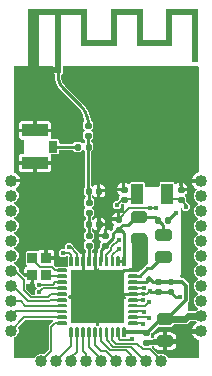
<source format=gbr>
G04 EAGLE Gerber RS-274X export*
G75*
%MOMM*%
%FSLAX34Y34*%
%LPD*%
%INTop Copper*%
%IPPOS*%
%AMOC8*
5,1,8,0,0,1.08239X$1,22.5*%
G01*
%ADD10C,0.280800*%
%ADD11C,0.500000*%
%ADD12R,0.900000X0.500000*%
%ADD13R,0.500000X0.500000*%
%ADD14C,1.016000*%
%ADD15C,0.150000*%
%ADD16R,4.000000X4.000000*%
%ADD17R,2.200000X1.050000*%
%ADD18R,0.800000X1.000000*%
%ADD19R,0.850000X0.950000*%
%ADD20R,1.000000X1.800000*%
%ADD21C,0.270000*%
%ADD22C,0.450000*%
%ADD23C,0.254000*%
%ADD24C,0.200000*%
%ADD25C,0.152400*%
%ADD26C,0.406400*%
%ADD27C,0.453200*%
%ADD28C,0.304800*%
%ADD29C,0.609600*%
%ADD30C,0.503200*%

G36*
X157672Y42433D02*
X157672Y42433D01*
X157763Y42441D01*
X157793Y42453D01*
X157825Y42458D01*
X157906Y42501D01*
X157989Y42537D01*
X158022Y42563D01*
X158042Y42574D01*
X158064Y42597D01*
X158120Y42642D01*
X158963Y43484D01*
X159597Y43747D01*
X159658Y43784D01*
X159724Y43814D01*
X159762Y43849D01*
X159806Y43876D01*
X159852Y43932D01*
X159905Y43980D01*
X159930Y44026D01*
X159963Y44066D01*
X159989Y44133D01*
X160023Y44196D01*
X160032Y44247D01*
X160051Y44295D01*
X160054Y44367D01*
X160067Y44438D01*
X160059Y44489D01*
X160062Y44541D01*
X160042Y44610D01*
X160031Y44681D01*
X160007Y44727D01*
X159993Y44777D01*
X159952Y44836D01*
X159920Y44900D01*
X159883Y44937D01*
X159853Y44979D01*
X159795Y45022D01*
X159744Y45072D01*
X159681Y45107D01*
X159655Y45126D01*
X159633Y45133D01*
X159597Y45153D01*
X158963Y45416D01*
X157176Y47203D01*
X156209Y49537D01*
X156209Y52063D01*
X157176Y54397D01*
X158963Y56184D01*
X159597Y56447D01*
X159658Y56484D01*
X159724Y56514D01*
X159762Y56549D01*
X159806Y56576D01*
X159852Y56632D01*
X159905Y56680D01*
X159930Y56726D01*
X159963Y56766D01*
X159989Y56833D01*
X160023Y56896D01*
X160032Y56947D01*
X160051Y56995D01*
X160054Y57067D01*
X160067Y57138D01*
X160059Y57189D01*
X160062Y57241D01*
X160042Y57310D01*
X160031Y57381D01*
X160007Y57427D01*
X159993Y57477D01*
X159952Y57536D01*
X159920Y57600D01*
X159883Y57637D01*
X159853Y57679D01*
X159795Y57722D01*
X159744Y57772D01*
X159681Y57807D01*
X159655Y57826D01*
X159633Y57833D01*
X159597Y57853D01*
X158963Y58116D01*
X157176Y59903D01*
X156209Y62237D01*
X156209Y64763D01*
X157176Y67097D01*
X158963Y68884D01*
X159597Y69147D01*
X159658Y69184D01*
X159724Y69214D01*
X159762Y69249D01*
X159806Y69276D01*
X159852Y69332D01*
X159905Y69380D01*
X159930Y69426D01*
X159963Y69466D01*
X159989Y69533D01*
X160023Y69596D01*
X160032Y69647D01*
X160051Y69695D01*
X160054Y69767D01*
X160067Y69838D01*
X160059Y69889D01*
X160062Y69941D01*
X160042Y70010D01*
X160031Y70081D01*
X160007Y70127D01*
X159993Y70177D01*
X159952Y70236D01*
X159920Y70300D01*
X159883Y70337D01*
X159853Y70379D01*
X159795Y70422D01*
X159744Y70472D01*
X159681Y70507D01*
X159655Y70526D01*
X159633Y70533D01*
X159597Y70553D01*
X158963Y70816D01*
X157176Y72603D01*
X156209Y74937D01*
X156209Y77463D01*
X157176Y79797D01*
X158963Y81584D01*
X159597Y81847D01*
X159658Y81884D01*
X159724Y81914D01*
X159762Y81949D01*
X159806Y81976D01*
X159852Y82032D01*
X159905Y82080D01*
X159930Y82126D01*
X159963Y82166D01*
X159989Y82233D01*
X160023Y82296D01*
X160032Y82347D01*
X160051Y82395D01*
X160054Y82467D01*
X160067Y82538D01*
X160059Y82589D01*
X160062Y82641D01*
X160042Y82710D01*
X160031Y82781D01*
X160008Y82827D01*
X159993Y82877D01*
X159952Y82936D01*
X159920Y83000D01*
X159882Y83037D01*
X159853Y83079D01*
X159795Y83122D01*
X159744Y83172D01*
X159681Y83207D01*
X159655Y83226D01*
X159633Y83234D01*
X159597Y83253D01*
X158963Y83516D01*
X157176Y85303D01*
X156209Y87637D01*
X156209Y90163D01*
X157176Y92497D01*
X158963Y94284D01*
X159597Y94547D01*
X159658Y94584D01*
X159724Y94614D01*
X159762Y94649D01*
X159806Y94676D01*
X159852Y94732D01*
X159905Y94780D01*
X159930Y94826D01*
X159963Y94866D01*
X159989Y94933D01*
X160023Y94996D01*
X160032Y95047D01*
X160051Y95095D01*
X160054Y95167D01*
X160067Y95238D01*
X160059Y95289D01*
X160062Y95341D01*
X160042Y95410D01*
X160031Y95481D01*
X160008Y95527D01*
X159993Y95577D01*
X159952Y95636D01*
X159920Y95700D01*
X159882Y95737D01*
X159853Y95779D01*
X159795Y95822D01*
X159744Y95872D01*
X159681Y95907D01*
X159655Y95926D01*
X159633Y95934D01*
X159597Y95953D01*
X158963Y96216D01*
X157176Y98003D01*
X156209Y100337D01*
X156209Y102863D01*
X157176Y105197D01*
X158963Y106984D01*
X159597Y107247D01*
X159658Y107284D01*
X159724Y107314D01*
X159762Y107349D01*
X159806Y107376D01*
X159852Y107432D01*
X159905Y107480D01*
X159930Y107526D01*
X159963Y107566D01*
X159989Y107633D01*
X160023Y107696D01*
X160032Y107747D01*
X160051Y107795D01*
X160054Y107867D01*
X160067Y107938D01*
X160059Y107989D01*
X160062Y108041D01*
X160042Y108110D01*
X160031Y108181D01*
X160008Y108227D01*
X159993Y108277D01*
X159952Y108336D01*
X159920Y108400D01*
X159882Y108437D01*
X159853Y108479D01*
X159795Y108522D01*
X159744Y108572D01*
X159681Y108607D01*
X159655Y108626D01*
X159633Y108633D01*
X159597Y108653D01*
X158963Y108916D01*
X157176Y110703D01*
X156209Y113037D01*
X156209Y115563D01*
X157176Y117897D01*
X158963Y119684D01*
X159597Y119947D01*
X159658Y119984D01*
X159724Y120014D01*
X159762Y120049D01*
X159806Y120076D01*
X159852Y120132D01*
X159905Y120180D01*
X159930Y120226D01*
X159963Y120266D01*
X159989Y120333D01*
X160023Y120396D01*
X160032Y120447D01*
X160051Y120495D01*
X160054Y120567D01*
X160067Y120638D01*
X160059Y120689D01*
X160062Y120741D01*
X160042Y120810D01*
X160031Y120881D01*
X160008Y120927D01*
X159993Y120977D01*
X159952Y121036D01*
X159920Y121100D01*
X159882Y121137D01*
X159853Y121179D01*
X159795Y121222D01*
X159744Y121272D01*
X159681Y121307D01*
X159655Y121326D01*
X159633Y121333D01*
X159597Y121353D01*
X158963Y121616D01*
X157176Y123403D01*
X156209Y125737D01*
X156209Y128263D01*
X157176Y130597D01*
X158963Y132384D01*
X159597Y132647D01*
X159658Y132684D01*
X159723Y132714D01*
X159762Y132749D01*
X159806Y132776D01*
X159852Y132831D01*
X159905Y132880D01*
X159930Y132926D01*
X159963Y132966D01*
X159989Y133033D01*
X160023Y133096D01*
X160032Y133147D01*
X160051Y133195D01*
X160054Y133267D01*
X160067Y133338D01*
X160059Y133389D01*
X160062Y133441D01*
X160042Y133510D01*
X160031Y133581D01*
X160007Y133627D01*
X159993Y133677D01*
X159952Y133736D01*
X159920Y133800D01*
X159882Y133837D01*
X159853Y133879D01*
X159795Y133922D01*
X159744Y133972D01*
X159681Y134007D01*
X159655Y134026D01*
X159633Y134033D01*
X159597Y134053D01*
X158963Y134316D01*
X157176Y136103D01*
X156209Y138437D01*
X156209Y140963D01*
X157176Y143297D01*
X158639Y144760D01*
X158694Y144837D01*
X158755Y144909D01*
X158766Y144936D01*
X158783Y144960D01*
X158810Y145050D01*
X158845Y145138D01*
X158846Y145167D01*
X158855Y145195D01*
X158853Y145289D01*
X158857Y145384D01*
X158849Y145412D01*
X158849Y145441D01*
X158816Y145530D01*
X158791Y145620D01*
X158774Y145645D01*
X158764Y145672D01*
X158705Y145746D01*
X158652Y145824D01*
X158624Y145847D01*
X158610Y145864D01*
X158583Y145882D01*
X158524Y145932D01*
X157702Y146481D01*
X156641Y147542D01*
X156506Y147743D01*
X156477Y147774D01*
X156455Y147811D01*
X156394Y147864D01*
X156339Y147923D01*
X156301Y147943D01*
X156268Y147971D01*
X156193Y148001D01*
X156122Y148040D01*
X156080Y148047D01*
X156040Y148063D01*
X155891Y148079D01*
X155880Y148081D01*
X155877Y148081D01*
X155873Y148081D01*
X155623Y148081D01*
X155641Y148105D01*
X155695Y148162D01*
X155714Y148204D01*
X155742Y148240D01*
X155766Y148314D01*
X155799Y148385D01*
X155804Y148431D01*
X155818Y148474D01*
X155817Y148552D01*
X155826Y148629D01*
X155816Y148674D01*
X155816Y148720D01*
X155778Y148852D01*
X155774Y148870D01*
X155771Y148874D01*
X155769Y148881D01*
X155232Y150177D01*
X155093Y150877D01*
X159817Y150877D01*
X159837Y150880D01*
X159856Y150878D01*
X159958Y150900D01*
X160060Y150917D01*
X160077Y150926D01*
X160097Y150930D01*
X160186Y150983D01*
X160277Y151032D01*
X160291Y151046D01*
X160308Y151056D01*
X160375Y151135D01*
X160447Y151210D01*
X160455Y151228D01*
X160468Y151243D01*
X160507Y151339D01*
X160550Y151433D01*
X160552Y151453D01*
X160560Y151471D01*
X160578Y151638D01*
X160578Y153162D01*
X160575Y153182D01*
X160577Y153201D01*
X160555Y153303D01*
X160539Y153405D01*
X160529Y153422D01*
X160525Y153442D01*
X160472Y153531D01*
X160423Y153622D01*
X160409Y153636D01*
X160399Y153653D01*
X160320Y153720D01*
X160245Y153791D01*
X160227Y153800D01*
X160212Y153813D01*
X160116Y153852D01*
X160022Y153895D01*
X160002Y153897D01*
X159984Y153905D01*
X159817Y153923D01*
X155093Y153923D01*
X155232Y154623D01*
X155807Y156010D01*
X156641Y157258D01*
X157702Y158319D01*
X158950Y159153D01*
X160108Y159633D01*
X160208Y159695D01*
X160308Y159755D01*
X160312Y159759D01*
X160317Y159763D01*
X160392Y159853D01*
X160468Y159942D01*
X160470Y159947D01*
X160474Y159952D01*
X160516Y160061D01*
X160560Y160170D01*
X160561Y160177D01*
X160562Y160182D01*
X160563Y160200D01*
X160578Y160336D01*
X160578Y248920D01*
X160575Y248940D01*
X160577Y248959D01*
X160555Y249061D01*
X160539Y249163D01*
X160529Y249180D01*
X160525Y249200D01*
X160472Y249289D01*
X160423Y249380D01*
X160409Y249394D01*
X160399Y249411D01*
X160320Y249478D01*
X160245Y249550D01*
X160227Y249558D01*
X160212Y249571D01*
X160116Y249610D01*
X160022Y249653D01*
X160002Y249655D01*
X159984Y249663D01*
X159817Y249681D01*
X45984Y249681D01*
X45964Y249678D01*
X45945Y249680D01*
X45843Y249658D01*
X45741Y249642D01*
X45724Y249632D01*
X45704Y249628D01*
X45615Y249575D01*
X45524Y249526D01*
X45510Y249512D01*
X45493Y249502D01*
X45426Y249423D01*
X45354Y249348D01*
X45346Y249330D01*
X45333Y249315D01*
X45294Y249219D01*
X45251Y249125D01*
X45249Y249105D01*
X45241Y249087D01*
X45223Y248920D01*
X45223Y243600D01*
X44357Y242734D01*
X44294Y242700D01*
X44280Y242686D01*
X44263Y242676D01*
X44196Y242597D01*
X44124Y242522D01*
X44116Y242504D01*
X44103Y242489D01*
X44064Y242393D01*
X44021Y242299D01*
X44019Y242279D01*
X44011Y242261D01*
X43993Y242094D01*
X43993Y241444D01*
X43997Y241418D01*
X43996Y241369D01*
X44213Y239171D01*
X44220Y239143D01*
X44221Y239115D01*
X44267Y238954D01*
X45950Y234891D01*
X45965Y234867D01*
X45973Y234840D01*
X46065Y234700D01*
X47466Y232992D01*
X47486Y232974D01*
X47517Y232937D01*
X61719Y218734D01*
X64001Y216452D01*
X67535Y210331D01*
X69145Y204324D01*
X69192Y204219D01*
X69237Y204114D01*
X69243Y204106D01*
X69246Y204100D01*
X69261Y204084D01*
X69342Y203983D01*
X71095Y202230D01*
X71095Y197422D01*
X69737Y196065D01*
X69725Y196048D01*
X69710Y196036D01*
X69654Y195949D01*
X69593Y195865D01*
X69588Y195846D01*
X69577Y195829D01*
X69551Y195729D01*
X69521Y195630D01*
X69522Y195610D01*
X69517Y195590D01*
X69525Y195488D01*
X69527Y195384D01*
X69534Y195365D01*
X69536Y195345D01*
X69576Y195250D01*
X69612Y195153D01*
X69624Y195137D01*
X69632Y195119D01*
X69737Y194988D01*
X71095Y193630D01*
X71095Y188822D01*
X69584Y187312D01*
X69531Y187238D01*
X69472Y187168D01*
X69459Y187138D01*
X69441Y187112D01*
X69414Y187025D01*
X69380Y186940D01*
X69375Y186899D01*
X69368Y186877D01*
X69369Y186845D01*
X69361Y186773D01*
X69361Y186072D01*
X69376Y185982D01*
X69383Y185891D01*
X69396Y185861D01*
X69401Y185829D01*
X69444Y185748D01*
X69479Y185664D01*
X69505Y185632D01*
X69516Y185611D01*
X69539Y185589D01*
X69584Y185533D01*
X70791Y184326D01*
X70791Y178918D01*
X69584Y177711D01*
X69531Y177637D01*
X69472Y177568D01*
X69459Y177538D01*
X69441Y177512D01*
X69414Y177425D01*
X69380Y177340D01*
X69375Y177299D01*
X69368Y177277D01*
X69369Y177244D01*
X69361Y177173D01*
X69361Y149144D01*
X69376Y149054D01*
X69383Y148963D01*
X69396Y148933D01*
X69401Y148901D01*
X69444Y148821D01*
X69479Y148737D01*
X69505Y148704D01*
X69516Y148684D01*
X69539Y148662D01*
X69584Y148606D01*
X70227Y147963D01*
X70323Y147894D01*
X70349Y147872D01*
X70358Y147868D01*
X70419Y147823D01*
X70423Y147822D01*
X70426Y147820D01*
X70539Y147785D01*
X70653Y147748D01*
X70657Y147749D01*
X70661Y147747D01*
X70780Y147750D01*
X70899Y147752D01*
X70903Y147754D01*
X70907Y147754D01*
X71018Y147794D01*
X71131Y147834D01*
X71134Y147837D01*
X71138Y147838D01*
X71230Y147912D01*
X71234Y147914D01*
X71237Y147916D01*
X71241Y147920D01*
X71325Y147986D01*
X71328Y147990D01*
X71330Y147992D01*
X71338Y148004D01*
X71399Y148086D01*
X71407Y148095D01*
X71410Y148101D01*
X71424Y148121D01*
X71474Y148207D01*
X72208Y148941D01*
X73108Y149461D01*
X74111Y149730D01*
X74577Y149730D01*
X74577Y144777D01*
X74580Y144757D01*
X74578Y144738D01*
X74600Y144636D01*
X74617Y144534D01*
X74626Y144517D01*
X74630Y144497D01*
X74684Y144408D01*
X74732Y144317D01*
X74746Y144303D01*
X74757Y144286D01*
X74835Y144219D01*
X74863Y144192D01*
X74847Y144182D01*
X74780Y144104D01*
X74709Y144029D01*
X74700Y144011D01*
X74688Y143995D01*
X74649Y143899D01*
X74605Y143806D01*
X74603Y143786D01*
X74596Y143767D01*
X74577Y143601D01*
X74577Y138648D01*
X74111Y138648D01*
X73108Y138917D01*
X72208Y139436D01*
X71474Y140171D01*
X71424Y140257D01*
X71350Y140347D01*
X71275Y140442D01*
X71271Y140444D01*
X71268Y140447D01*
X71168Y140510D01*
X71068Y140575D01*
X71064Y140576D01*
X71060Y140578D01*
X70944Y140606D01*
X70829Y140635D01*
X70825Y140634D01*
X70821Y140635D01*
X70702Y140625D01*
X70584Y140615D01*
X70580Y140614D01*
X70576Y140613D01*
X70468Y140566D01*
X70358Y140519D01*
X70354Y140516D01*
X70351Y140515D01*
X70341Y140506D01*
X70227Y140414D01*
X70003Y140191D01*
X69950Y140117D01*
X69891Y140048D01*
X69879Y140018D01*
X69860Y139991D01*
X69833Y139904D01*
X69799Y139820D01*
X69794Y139779D01*
X69788Y139756D01*
X69788Y139724D01*
X69780Y139653D01*
X69780Y139139D01*
X69795Y139049D01*
X69802Y138958D01*
X69815Y138929D01*
X69820Y138897D01*
X69863Y138816D01*
X69899Y138732D01*
X69924Y138700D01*
X69935Y138679D01*
X69959Y138657D01*
X70003Y138601D01*
X71637Y136967D01*
X71637Y132096D01*
X70291Y130750D01*
X70280Y130734D01*
X70264Y130721D01*
X70208Y130634D01*
X70148Y130550D01*
X70142Y130531D01*
X70131Y130514D01*
X70106Y130414D01*
X70075Y130315D01*
X70076Y130295D01*
X70071Y130276D01*
X70079Y130173D01*
X70082Y130069D01*
X70089Y130050D01*
X70090Y130031D01*
X70130Y129936D01*
X70166Y129838D01*
X70179Y129822D01*
X70186Y129804D01*
X70291Y129673D01*
X71637Y128327D01*
X71637Y123456D01*
X70152Y121971D01*
X70099Y121897D01*
X70040Y121828D01*
X70028Y121797D01*
X70009Y121771D01*
X69982Y121684D01*
X69948Y121599D01*
X69943Y121558D01*
X69936Y121536D01*
X69937Y121504D01*
X69929Y121433D01*
X69929Y120598D01*
X69944Y120508D01*
X69951Y120417D01*
X69964Y120387D01*
X69969Y120355D01*
X70012Y120275D01*
X70047Y120191D01*
X70073Y120159D01*
X70084Y120138D01*
X70107Y120116D01*
X70152Y120060D01*
X70371Y119841D01*
X70466Y119773D01*
X70563Y119701D01*
X70567Y119700D01*
X70570Y119698D01*
X70683Y119663D01*
X70797Y119627D01*
X70802Y119627D01*
X70806Y119625D01*
X70924Y119628D01*
X71043Y119630D01*
X71047Y119632D01*
X71051Y119632D01*
X71163Y119673D01*
X71275Y119712D01*
X71279Y119715D01*
X71282Y119716D01*
X71375Y119791D01*
X71469Y119864D01*
X71472Y119868D01*
X71474Y119870D01*
X71482Y119882D01*
X71568Y119999D01*
X71618Y120085D01*
X72352Y120819D01*
X73252Y121339D01*
X74255Y121608D01*
X74721Y121608D01*
X74721Y116655D01*
X74724Y116635D01*
X74722Y116616D01*
X74744Y116514D01*
X74761Y116412D01*
X74770Y116395D01*
X74774Y116375D01*
X74828Y116286D01*
X74876Y116195D01*
X74890Y116181D01*
X74901Y116164D01*
X74979Y116097D01*
X75008Y116070D01*
X74992Y116060D01*
X74924Y115982D01*
X74853Y115907D01*
X74845Y115889D01*
X74832Y115874D01*
X74793Y115777D01*
X74749Y115684D01*
X74747Y115664D01*
X74740Y115645D01*
X74721Y115479D01*
X74721Y110526D01*
X74255Y110526D01*
X73252Y110795D01*
X72352Y111314D01*
X71618Y112049D01*
X71568Y112135D01*
X71494Y112226D01*
X71419Y112320D01*
X71415Y112322D01*
X71412Y112325D01*
X71313Y112387D01*
X71212Y112453D01*
X71208Y112454D01*
X71204Y112456D01*
X71089Y112483D01*
X70973Y112513D01*
X70969Y112512D01*
X70965Y112513D01*
X70846Y112503D01*
X70728Y112494D01*
X70724Y112492D01*
X70720Y112492D01*
X70610Y112444D01*
X70502Y112397D01*
X70498Y112394D01*
X70495Y112393D01*
X70484Y112383D01*
X70371Y112292D01*
X70234Y112156D01*
X70181Y112082D01*
X70122Y112013D01*
X70109Y111982D01*
X70091Y111956D01*
X70064Y111869D01*
X70030Y111784D01*
X70025Y111743D01*
X70018Y111721D01*
X70019Y111689D01*
X70011Y111618D01*
X70011Y110938D01*
X70026Y110848D01*
X70033Y110757D01*
X70046Y110727D01*
X70051Y110695D01*
X70094Y110615D01*
X70129Y110531D01*
X70155Y110498D01*
X70166Y110478D01*
X70189Y110456D01*
X70234Y110400D01*
X71776Y108858D01*
X71776Y104050D01*
X70418Y102692D01*
X70407Y102676D01*
X70391Y102663D01*
X70335Y102576D01*
X70275Y102492D01*
X70269Y102473D01*
X70258Y102456D01*
X70233Y102356D01*
X70203Y102257D01*
X70203Y102237D01*
X70198Y102218D01*
X70206Y102115D01*
X70209Y102011D01*
X70216Y101992D01*
X70217Y101973D01*
X70258Y101878D01*
X70293Y101780D01*
X70306Y101765D01*
X70314Y101746D01*
X70418Y101615D01*
X71776Y100258D01*
X71776Y95450D01*
X70194Y93867D01*
X70141Y93793D01*
X70081Y93724D01*
X70069Y93694D01*
X70050Y93668D01*
X70023Y93581D01*
X69989Y93496D01*
X69985Y93455D01*
X69978Y93432D01*
X69979Y93400D01*
X69971Y93329D01*
X69971Y92051D01*
X69990Y91934D01*
X70008Y91816D01*
X70010Y91812D01*
X70010Y91808D01*
X70066Y91704D01*
X70121Y91597D01*
X70124Y91594D01*
X70126Y91591D01*
X70211Y91510D01*
X70297Y91426D01*
X70301Y91424D01*
X70304Y91421D01*
X70411Y91372D01*
X70519Y91320D01*
X70523Y91320D01*
X70527Y91318D01*
X70643Y91305D01*
X70763Y91290D01*
X70768Y91291D01*
X70771Y91291D01*
X70785Y91294D01*
X70929Y91316D01*
X71247Y91401D01*
X71669Y91401D01*
X71669Y84610D01*
X71672Y84591D01*
X71670Y84571D01*
X71692Y84470D01*
X71708Y84368D01*
X71718Y84350D01*
X71722Y84331D01*
X71775Y84241D01*
X71823Y84150D01*
X71838Y84137D01*
X71848Y84119D01*
X71927Y84052D01*
X72002Y83981D01*
X72020Y83972D01*
X72035Y83959D01*
X72131Y83921D01*
X72225Y83877D01*
X72245Y83875D01*
X72263Y83868D01*
X72430Y83849D01*
X72450Y83852D01*
X72469Y83850D01*
X72470Y83850D01*
X72571Y83872D01*
X72673Y83889D01*
X72690Y83898D01*
X72710Y83902D01*
X72799Y83956D01*
X72890Y84004D01*
X72904Y84018D01*
X72921Y84029D01*
X72988Y84107D01*
X73060Y84182D01*
X73068Y84200D01*
X73081Y84215D01*
X73120Y84312D01*
X73163Y84405D01*
X73165Y84425D01*
X73173Y84444D01*
X73191Y84610D01*
X73191Y91401D01*
X73613Y91401D01*
X73931Y91316D01*
X74050Y91304D01*
X74167Y91291D01*
X74172Y91292D01*
X74176Y91291D01*
X74291Y91318D01*
X74408Y91343D01*
X74411Y91345D01*
X74415Y91346D01*
X74517Y91408D01*
X74619Y91469D01*
X74622Y91472D01*
X74625Y91474D01*
X74701Y91565D01*
X74779Y91656D01*
X74780Y91660D01*
X74783Y91663D01*
X74826Y91772D01*
X74871Y91884D01*
X74871Y91889D01*
X74873Y91892D01*
X74873Y91906D01*
X74889Y92051D01*
X74889Y94933D01*
X76805Y96849D01*
X76858Y96922D01*
X76918Y96992D01*
X76930Y97022D01*
X76949Y97048D01*
X76975Y97135D01*
X77010Y97220D01*
X77014Y97261D01*
X77021Y97283D01*
X77020Y97316D01*
X77028Y97387D01*
X77028Y100153D01*
X77524Y100649D01*
X77593Y100745D01*
X77664Y100842D01*
X77666Y100846D01*
X77668Y100849D01*
X77703Y100962D01*
X77739Y101076D01*
X77739Y101080D01*
X77740Y101084D01*
X77737Y101202D01*
X77735Y101322D01*
X77734Y101326D01*
X77734Y101330D01*
X77693Y101441D01*
X77654Y101554D01*
X77651Y101557D01*
X77650Y101561D01*
X77575Y101654D01*
X77502Y101747D01*
X77498Y101750D01*
X77496Y101753D01*
X77484Y101761D01*
X77367Y101847D01*
X77281Y101897D01*
X76546Y102631D01*
X76027Y103531D01*
X75758Y104534D01*
X75758Y105000D01*
X80711Y105000D01*
X80730Y105003D01*
X80750Y105001D01*
X80851Y105023D01*
X80953Y105040D01*
X80971Y105049D01*
X80990Y105053D01*
X81079Y105106D01*
X81171Y105155D01*
X81184Y105169D01*
X81202Y105179D01*
X81269Y105258D01*
X81340Y105333D01*
X81349Y105351D01*
X81361Y105366D01*
X81400Y105462D01*
X81444Y105556D01*
X81446Y105576D01*
X81453Y105594D01*
X81472Y105761D01*
X81472Y106176D01*
X81887Y106176D01*
X81907Y106179D01*
X81926Y106177D01*
X82028Y106199D01*
X82130Y106216D01*
X82147Y106225D01*
X82167Y106229D01*
X82256Y106283D01*
X82347Y106331D01*
X82361Y106345D01*
X82378Y106356D01*
X82445Y106434D01*
X82516Y106509D01*
X82525Y106527D01*
X82538Y106542D01*
X82576Y106639D01*
X82620Y106732D01*
X82622Y106752D01*
X82630Y106771D01*
X82648Y106937D01*
X82648Y111590D01*
X83414Y111590D01*
X84417Y111321D01*
X85317Y110802D01*
X85594Y110524D01*
X85611Y110513D01*
X85623Y110497D01*
X85710Y110441D01*
X85794Y110381D01*
X85813Y110375D01*
X85830Y110364D01*
X85930Y110339D01*
X86029Y110308D01*
X86049Y110309D01*
X86069Y110304D01*
X86172Y110312D01*
X86275Y110315D01*
X86294Y110322D01*
X86314Y110323D01*
X86409Y110364D01*
X86506Y110399D01*
X86522Y110412D01*
X86540Y110420D01*
X86671Y110524D01*
X86800Y110654D01*
X86801Y110654D01*
X88137Y111990D01*
X88190Y112064D01*
X88249Y112133D01*
X88261Y112163D01*
X88280Y112190D01*
X88307Y112277D01*
X88341Y112361D01*
X88346Y112402D01*
X88352Y112425D01*
X88352Y112457D01*
X88359Y112528D01*
X88359Y114155D01*
X88856Y114651D01*
X88925Y114747D01*
X88996Y114844D01*
X88997Y114848D01*
X88999Y114851D01*
X89034Y114964D01*
X89071Y115078D01*
X89070Y115082D01*
X89072Y115086D01*
X89069Y115205D01*
X89067Y115324D01*
X89065Y115328D01*
X89065Y115332D01*
X89025Y115443D01*
X88985Y115556D01*
X88982Y115559D01*
X88981Y115563D01*
X88907Y115656D01*
X88833Y115749D01*
X88829Y115752D01*
X88827Y115755D01*
X88815Y115763D01*
X88698Y115849D01*
X88612Y115899D01*
X87878Y116633D01*
X87358Y117533D01*
X87089Y118536D01*
X87089Y119002D01*
X92042Y119002D01*
X92062Y119005D01*
X92081Y119003D01*
X92183Y119025D01*
X92285Y119042D01*
X92302Y119051D01*
X92322Y119055D01*
X92411Y119108D01*
X92502Y119157D01*
X92516Y119171D01*
X92533Y119181D01*
X92600Y119260D01*
X92672Y119335D01*
X92680Y119353D01*
X92693Y119368D01*
X92732Y119464D01*
X92775Y119558D01*
X92777Y119578D01*
X92785Y119596D01*
X92803Y119763D01*
X92803Y120178D01*
X93218Y120178D01*
X93238Y120181D01*
X93258Y120179D01*
X93359Y120201D01*
X93461Y120218D01*
X93479Y120227D01*
X93498Y120231D01*
X93587Y120285D01*
X93678Y120333D01*
X93692Y120347D01*
X93709Y120358D01*
X93777Y120436D01*
X93848Y120511D01*
X93856Y120529D01*
X93869Y120544D01*
X93908Y120641D01*
X93951Y120734D01*
X93954Y120754D01*
X93961Y120773D01*
X93979Y120939D01*
X93979Y125592D01*
X94746Y125592D01*
X95749Y125323D01*
X96139Y125098D01*
X96228Y125064D01*
X96315Y125024D01*
X96343Y125021D01*
X96369Y125011D01*
X96465Y125007D01*
X96559Y124997D01*
X96587Y125003D01*
X96615Y125001D01*
X96707Y125029D01*
X96800Y125049D01*
X96824Y125063D01*
X96851Y125071D01*
X96929Y125126D01*
X97011Y125175D01*
X97029Y125196D01*
X97052Y125213D01*
X97109Y125289D01*
X97171Y125362D01*
X97181Y125388D01*
X97198Y125411D01*
X97227Y125501D01*
X97263Y125590D01*
X97267Y125625D01*
X97273Y125645D01*
X97273Y125678D01*
X97281Y125757D01*
X97281Y132302D01*
X97278Y132322D01*
X97280Y132342D01*
X97258Y132443D01*
X97242Y132545D01*
X97232Y132563D01*
X97228Y132582D01*
X97175Y132671D01*
X97126Y132762D01*
X97112Y132776D01*
X97102Y132793D01*
X97023Y132861D01*
X96948Y132932D01*
X96930Y132940D01*
X96915Y132953D01*
X96819Y132992D01*
X96725Y133035D01*
X96705Y133038D01*
X96687Y133045D01*
X96520Y133064D01*
X95722Y133064D01*
X95702Y133060D01*
X95683Y133062D01*
X95581Y133040D01*
X95479Y133024D01*
X95462Y133014D01*
X95442Y133010D01*
X95353Y132957D01*
X95262Y132909D01*
X95248Y132894D01*
X95231Y132884D01*
X95164Y132805D01*
X95092Y132730D01*
X95084Y132712D01*
X95071Y132697D01*
X95032Y132601D01*
X94989Y132507D01*
X94987Y132488D01*
X94979Y132469D01*
X94961Y132302D01*
X94961Y130622D01*
X92898Y128559D01*
X89982Y128559D01*
X87919Y130622D01*
X87919Y133538D01*
X89982Y135601D01*
X91771Y135601D01*
X91861Y135615D01*
X91952Y135623D01*
X91981Y135635D01*
X92013Y135640D01*
X92094Y135683D01*
X92178Y135719D01*
X92210Y135745D01*
X92231Y135756D01*
X92253Y135779D01*
X92309Y135824D01*
X92555Y136069D01*
X92608Y136143D01*
X92667Y136213D01*
X92679Y136243D01*
X92698Y136269D01*
X92725Y136356D01*
X92759Y136441D01*
X92764Y136482D01*
X92770Y136504D01*
X92770Y136536D01*
X92778Y136608D01*
X92778Y139438D01*
X93274Y139934D01*
X93343Y140030D01*
X93414Y140127D01*
X93415Y140131D01*
X93417Y140134D01*
X93452Y140247D01*
X93489Y140361D01*
X93489Y140365D01*
X93490Y140369D01*
X93487Y140488D01*
X93485Y140607D01*
X93483Y140611D01*
X93483Y140615D01*
X93443Y140726D01*
X93403Y140839D01*
X93400Y140842D01*
X93399Y140846D01*
X93325Y140939D01*
X93251Y141033D01*
X93247Y141036D01*
X93245Y141038D01*
X93234Y141046D01*
X93116Y141132D01*
X93030Y141182D01*
X92296Y141916D01*
X91776Y142816D01*
X91508Y143819D01*
X91508Y144285D01*
X96460Y144285D01*
X96480Y144288D01*
X96500Y144286D01*
X96601Y144308D01*
X96703Y144325D01*
X96720Y144334D01*
X96740Y144338D01*
X96829Y144391D01*
X96920Y144440D01*
X96934Y144454D01*
X96951Y144464D01*
X97018Y144543D01*
X97090Y144618D01*
X97098Y144636D01*
X97111Y144651D01*
X97150Y144748D01*
X97193Y144841D01*
X97195Y144861D01*
X97203Y144879D01*
X97221Y145046D01*
X97221Y145949D01*
X97253Y146017D01*
X97255Y146037D01*
X97263Y146056D01*
X97281Y146222D01*
X97281Y147829D01*
X97636Y147829D01*
X97656Y147832D01*
X97676Y147830D01*
X97777Y147852D01*
X97879Y147869D01*
X97897Y147878D01*
X97916Y147882D01*
X98005Y147935D01*
X98096Y147984D01*
X98110Y147998D01*
X98127Y148008D01*
X98195Y148087D01*
X98266Y148162D01*
X98274Y148180D01*
X98287Y148195D01*
X98326Y148291D01*
X98369Y148385D01*
X98372Y148405D01*
X98379Y148423D01*
X98398Y148590D01*
X98398Y150875D01*
X99164Y150875D01*
X100167Y150606D01*
X101066Y150087D01*
X101108Y150045D01*
X101166Y150003D01*
X101218Y149954D01*
X101265Y149932D01*
X101308Y149902D01*
X101376Y149881D01*
X101441Y149850D01*
X101493Y149845D01*
X101543Y149829D01*
X101615Y149831D01*
X101686Y149823D01*
X101737Y149834D01*
X101789Y149836D01*
X101856Y149860D01*
X101926Y149876D01*
X101971Y149902D01*
X102020Y149920D01*
X102076Y149965D01*
X102137Y150002D01*
X102171Y150041D01*
X102212Y150074D01*
X102250Y150134D01*
X102297Y150189D01*
X102317Y150237D01*
X102345Y150281D01*
X102362Y150350D01*
X102389Y150417D01*
X102397Y150488D01*
X102405Y150519D01*
X102403Y150543D01*
X102408Y150583D01*
X102408Y150861D01*
X103152Y151605D01*
X114205Y151605D01*
X114949Y150861D01*
X114949Y148590D01*
X114952Y148570D01*
X114950Y148551D01*
X114972Y148449D01*
X114989Y148347D01*
X114998Y148330D01*
X115002Y148310D01*
X115056Y148221D01*
X115104Y148130D01*
X115118Y148116D01*
X115128Y148099D01*
X115207Y148032D01*
X115282Y147961D01*
X115300Y147952D01*
X115315Y147939D01*
X115412Y147900D01*
X115505Y147857D01*
X115525Y147855D01*
X115544Y147847D01*
X115710Y147829D01*
X126646Y147829D01*
X126666Y147832D01*
X126686Y147830D01*
X126787Y147852D01*
X126889Y147869D01*
X126907Y147878D01*
X126926Y147882D01*
X127015Y147935D01*
X127106Y147984D01*
X127120Y147998D01*
X127137Y148008D01*
X127205Y148087D01*
X127276Y148162D01*
X127284Y148180D01*
X127297Y148195D01*
X127336Y148291D01*
X127379Y148385D01*
X127382Y148405D01*
X127389Y148423D01*
X127408Y148590D01*
X127408Y150861D01*
X128152Y151605D01*
X139205Y151605D01*
X139949Y150861D01*
X139949Y150583D01*
X139961Y150513D01*
X139962Y150441D01*
X139980Y150392D01*
X139989Y150341D01*
X140022Y150277D01*
X140047Y150210D01*
X140080Y150169D01*
X140104Y150123D01*
X140156Y150074D01*
X140201Y150018D01*
X140244Y149990D01*
X140282Y149954D01*
X140347Y149924D01*
X140408Y149885D01*
X140458Y149872D01*
X140505Y149850D01*
X140577Y149842D01*
X140646Y149825D01*
X140698Y149829D01*
X140750Y149823D01*
X140820Y149838D01*
X140891Y149844D01*
X140939Y149864D01*
X140990Y149876D01*
X141052Y149912D01*
X141118Y149940D01*
X141174Y149985D01*
X141201Y150002D01*
X141216Y150019D01*
X141249Y150045D01*
X141290Y150087D01*
X142190Y150606D01*
X143193Y150875D01*
X143959Y150875D01*
X143959Y148590D01*
X143962Y148570D01*
X143960Y148551D01*
X143982Y148449D01*
X143999Y148347D01*
X144008Y148330D01*
X144012Y148310D01*
X144065Y148221D01*
X144114Y148130D01*
X144128Y148116D01*
X144138Y148099D01*
X144217Y148032D01*
X144292Y147961D01*
X144310Y147952D01*
X144325Y147939D01*
X144422Y147900D01*
X144515Y147857D01*
X144535Y147855D01*
X144554Y147847D01*
X144720Y147829D01*
X145896Y147829D01*
X145916Y147832D01*
X145936Y147830D01*
X146037Y147852D01*
X146139Y147869D01*
X146157Y147878D01*
X146176Y147882D01*
X146265Y147935D01*
X146356Y147984D01*
X146370Y147998D01*
X146387Y148008D01*
X146455Y148087D01*
X146526Y148162D01*
X146534Y148180D01*
X146547Y148195D01*
X146586Y148291D01*
X146629Y148385D01*
X146632Y148405D01*
X146639Y148423D01*
X146658Y148590D01*
X146658Y150875D01*
X147424Y150875D01*
X148427Y150606D01*
X149326Y150087D01*
X150061Y149352D01*
X150580Y148453D01*
X150596Y148393D01*
X150614Y148353D01*
X150624Y148310D01*
X150664Y148242D01*
X150697Y148169D01*
X150727Y148137D01*
X150750Y148099D01*
X150810Y148047D01*
X150865Y147989D01*
X150903Y147968D01*
X150937Y147939D01*
X151011Y147909D01*
X151081Y147871D01*
X151092Y147869D01*
X151052Y147823D01*
X150981Y147748D01*
X150972Y147730D01*
X150959Y147715D01*
X150921Y147619D01*
X150877Y147525D01*
X150875Y147505D01*
X150867Y147487D01*
X150849Y147320D01*
X150849Y146984D01*
X146050Y146984D01*
X146030Y146980D01*
X146011Y146982D01*
X145909Y146960D01*
X145807Y146944D01*
X145790Y146934D01*
X145770Y146930D01*
X145681Y146877D01*
X145590Y146829D01*
X145576Y146814D01*
X145559Y146804D01*
X145492Y146725D01*
X145421Y146650D01*
X145412Y146632D01*
X145399Y146617D01*
X145360Y146521D01*
X145317Y146427D01*
X145315Y146408D01*
X145307Y146389D01*
X145289Y146222D01*
X145289Y145046D01*
X145292Y145027D01*
X145290Y145007D01*
X145312Y144905D01*
X145329Y144803D01*
X145338Y144786D01*
X145342Y144766D01*
X145395Y144677D01*
X145444Y144586D01*
X145458Y144572D01*
X145468Y144555D01*
X145547Y144488D01*
X145622Y144417D01*
X145640Y144408D01*
X145655Y144395D01*
X145751Y144357D01*
X145845Y144313D01*
X145865Y144311D01*
X145883Y144303D01*
X146050Y144285D01*
X150849Y144285D01*
X150849Y143819D01*
X150580Y142816D01*
X150061Y141916D01*
X149326Y141182D01*
X149240Y141132D01*
X149148Y141057D01*
X149056Y140982D01*
X149053Y140979D01*
X149050Y140976D01*
X148987Y140876D01*
X148923Y140775D01*
X148921Y140771D01*
X148919Y140768D01*
X148892Y140653D01*
X148862Y140537D01*
X148863Y140533D01*
X148862Y140529D01*
X148872Y140409D01*
X148882Y140292D01*
X148883Y140288D01*
X148884Y140284D01*
X148931Y140175D01*
X148978Y140065D01*
X148981Y140061D01*
X148982Y140058D01*
X148991Y140048D01*
X149083Y139934D01*
X149579Y139438D01*
X149579Y135954D01*
X149594Y135863D01*
X149601Y135773D01*
X149614Y135743D01*
X149619Y135711D01*
X149661Y135630D01*
X149697Y135546D01*
X149723Y135514D01*
X149734Y135493D01*
X149757Y135471D01*
X149802Y135415D01*
X150664Y134554D01*
X150738Y134501D01*
X150807Y134441D01*
X150837Y134429D01*
X150863Y134410D01*
X150950Y134383D01*
X151035Y134349D01*
X151076Y134345D01*
X151098Y134338D01*
X151131Y134339D01*
X151202Y134331D01*
X151318Y134331D01*
X153381Y132268D01*
X153381Y129352D01*
X151318Y127289D01*
X148402Y127289D01*
X146588Y129103D01*
X146530Y129144D01*
X146478Y129194D01*
X146431Y129216D01*
X146389Y129246D01*
X146320Y129267D01*
X146255Y129297D01*
X146203Y129303D01*
X146153Y129319D01*
X146082Y129317D01*
X146011Y129325D01*
X145960Y129314D01*
X145908Y129312D01*
X145840Y129288D01*
X145770Y129272D01*
X145726Y129246D01*
X145677Y129228D01*
X145621Y129183D01*
X145559Y129146D01*
X145525Y129107D01*
X145485Y129074D01*
X145446Y129014D01*
X145399Y128959D01*
X145380Y128911D01*
X145352Y128867D01*
X145334Y128798D01*
X145307Y128731D01*
X145299Y128660D01*
X145291Y128629D01*
X145293Y128605D01*
X145289Y128564D01*
X145289Y73151D01*
X145283Y73151D01*
X145213Y73140D01*
X145141Y73138D01*
X145092Y73120D01*
X145041Y73112D01*
X144977Y73078D01*
X144910Y73053D01*
X144869Y73021D01*
X144823Y72996D01*
X144774Y72945D01*
X144718Y72900D01*
X144690Y72856D01*
X144654Y72818D01*
X144624Y72753D01*
X144585Y72693D01*
X144572Y72642D01*
X144550Y72595D01*
X144542Y72524D01*
X144525Y72454D01*
X144529Y72402D01*
X144523Y72351D01*
X144538Y72280D01*
X144544Y72209D01*
X144564Y72161D01*
X144575Y72110D01*
X144612Y72049D01*
X144640Y71983D01*
X144685Y71927D01*
X144701Y71899D01*
X144719Y71884D01*
X144745Y71852D01*
X146321Y70276D01*
X146395Y70223D01*
X146464Y70163D01*
X146494Y70151D01*
X146521Y70132D01*
X146608Y70105D01*
X146692Y70071D01*
X146733Y70067D01*
X146756Y70060D01*
X146788Y70061D01*
X146859Y70053D01*
X147636Y70053D01*
X152693Y64996D01*
X152693Y50773D01*
X151891Y49971D01*
X151838Y49897D01*
X151778Y49828D01*
X151766Y49798D01*
X151747Y49771D01*
X151720Y49685D01*
X151686Y49600D01*
X151682Y49559D01*
X151675Y49536D01*
X151676Y49504D01*
X151668Y49433D01*
X151668Y43180D01*
X151671Y43160D01*
X151669Y43141D01*
X151691Y43039D01*
X151708Y42937D01*
X151717Y42920D01*
X151721Y42900D01*
X151774Y42811D01*
X151823Y42720D01*
X151837Y42706D01*
X151847Y42689D01*
X151926Y42622D01*
X152001Y42550D01*
X152019Y42542D01*
X152034Y42529D01*
X152130Y42490D01*
X152224Y42447D01*
X152244Y42445D01*
X152262Y42437D01*
X152429Y42419D01*
X157582Y42419D01*
X157672Y42433D01*
G37*
G36*
X21138Y56174D02*
X21138Y56174D01*
X21157Y56172D01*
X21259Y56194D01*
X21361Y56210D01*
X21378Y56220D01*
X21398Y56224D01*
X21487Y56277D01*
X21578Y56326D01*
X21592Y56340D01*
X21609Y56350D01*
X21676Y56429D01*
X21748Y56504D01*
X21756Y56522D01*
X21769Y56537D01*
X21808Y56633D01*
X21851Y56727D01*
X21853Y56747D01*
X21861Y56765D01*
X21879Y56932D01*
X21879Y59878D01*
X23058Y61057D01*
X23069Y61073D01*
X23085Y61085D01*
X23141Y61173D01*
X23201Y61256D01*
X23207Y61275D01*
X23218Y61292D01*
X23243Y61393D01*
X23274Y61492D01*
X23273Y61511D01*
X23278Y61531D01*
X23270Y61634D01*
X23267Y61737D01*
X23260Y61756D01*
X23259Y61776D01*
X23218Y61871D01*
X23183Y61968D01*
X23170Y61984D01*
X23162Y62002D01*
X23058Y62133D01*
X21879Y63312D01*
X21879Y64708D01*
X21876Y64728D01*
X21878Y64748D01*
X21856Y64849D01*
X21840Y64951D01*
X21830Y64968D01*
X21826Y64988D01*
X21773Y65077D01*
X21724Y65168D01*
X21710Y65182D01*
X21700Y65199D01*
X21621Y65266D01*
X21546Y65338D01*
X21528Y65346D01*
X21513Y65359D01*
X21417Y65398D01*
X21323Y65441D01*
X21303Y65443D01*
X21285Y65451D01*
X21173Y65463D01*
X21173Y71998D01*
X21170Y72018D01*
X21172Y72037D01*
X21150Y72139D01*
X21133Y72241D01*
X21124Y72258D01*
X21120Y72278D01*
X21067Y72367D01*
X21018Y72458D01*
X21004Y72472D01*
X20994Y72489D01*
X20915Y72556D01*
X20840Y72627D01*
X20822Y72636D01*
X20807Y72649D01*
X20711Y72688D01*
X20617Y72731D01*
X20597Y72733D01*
X20579Y72741D01*
X20412Y72759D01*
X19649Y72759D01*
X19649Y73522D01*
X19646Y73542D01*
X19648Y73561D01*
X19626Y73663D01*
X19609Y73765D01*
X19600Y73782D01*
X19596Y73802D01*
X19543Y73891D01*
X19494Y73982D01*
X19480Y73996D01*
X19470Y74013D01*
X19391Y74080D01*
X19316Y74151D01*
X19298Y74160D01*
X19283Y74173D01*
X19187Y74212D01*
X19093Y74255D01*
X19073Y74257D01*
X19055Y74265D01*
X18888Y74283D01*
X12859Y74283D01*
X12859Y77844D01*
X13032Y78491D01*
X13367Y79070D01*
X13840Y79543D01*
X14419Y79878D01*
X14578Y79920D01*
X14665Y79959D01*
X14754Y79992D01*
X14776Y80010D01*
X14802Y80021D01*
X14872Y80086D01*
X14946Y80146D01*
X14962Y80169D01*
X14982Y80189D01*
X15028Y80273D01*
X15079Y80353D01*
X15086Y80380D01*
X15100Y80405D01*
X15116Y80499D01*
X15140Y80591D01*
X15137Y80619D01*
X15142Y80647D01*
X15128Y80742D01*
X15120Y80836D01*
X15109Y80862D01*
X15105Y80890D01*
X15061Y80975D01*
X15024Y81063D01*
X15002Y81090D01*
X14992Y81109D01*
X14969Y81132D01*
X14919Y81194D01*
X14129Y81984D01*
X14129Y92536D01*
X14874Y93281D01*
X24262Y93281D01*
X24352Y93295D01*
X24443Y93303D01*
X24473Y93315D01*
X24505Y93320D01*
X24586Y93363D01*
X24670Y93399D01*
X24702Y93425D01*
X24722Y93436D01*
X24745Y93459D01*
X24801Y93504D01*
X25340Y94043D01*
X25919Y94378D01*
X26566Y94551D01*
X29627Y94551D01*
X29627Y88022D01*
X29630Y88002D01*
X29628Y87983D01*
X29650Y87881D01*
X29667Y87779D01*
X29676Y87762D01*
X29680Y87742D01*
X29733Y87653D01*
X29782Y87562D01*
X29796Y87548D01*
X29806Y87531D01*
X29885Y87464D01*
X29960Y87393D01*
X29978Y87384D01*
X29993Y87371D01*
X30089Y87332D01*
X30183Y87289D01*
X30203Y87287D01*
X30221Y87279D01*
X30388Y87261D01*
X31151Y87261D01*
X31151Y86498D01*
X31154Y86478D01*
X31152Y86459D01*
X31174Y86357D01*
X31191Y86255D01*
X31200Y86238D01*
X31204Y86218D01*
X31257Y86129D01*
X31306Y86038D01*
X31320Y86024D01*
X31330Y86007D01*
X31409Y85940D01*
X31484Y85869D01*
X31502Y85860D01*
X31517Y85847D01*
X31613Y85808D01*
X31707Y85765D01*
X31727Y85763D01*
X31745Y85755D01*
X31912Y85737D01*
X37941Y85737D01*
X37941Y82176D01*
X37826Y81748D01*
X37820Y81681D01*
X37803Y81616D01*
X37807Y81560D01*
X37802Y81504D01*
X37817Y81438D01*
X37822Y81370D01*
X37844Y81319D01*
X37857Y81264D01*
X37892Y81206D01*
X37919Y81144D01*
X37968Y81082D01*
X37985Y81054D01*
X37997Y81044D01*
X37999Y81042D01*
X38004Y81037D01*
X38023Y81013D01*
X38344Y80692D01*
X39336Y79700D01*
X39352Y79689D01*
X39365Y79673D01*
X39452Y79617D01*
X39536Y79557D01*
X39555Y79551D01*
X39572Y79540D01*
X39672Y79515D01*
X39771Y79484D01*
X39791Y79485D01*
X39810Y79480D01*
X39913Y79488D01*
X40017Y79491D01*
X40036Y79498D01*
X40055Y79499D01*
X40150Y79540D01*
X40248Y79575D01*
X40263Y79588D01*
X40282Y79596D01*
X40413Y79700D01*
X40593Y79881D01*
X48898Y79881D01*
X48918Y79884D01*
X48937Y79882D01*
X49039Y79904D01*
X49141Y79920D01*
X49158Y79930D01*
X49178Y79934D01*
X49267Y79987D01*
X49358Y80036D01*
X49372Y80050D01*
X49389Y80060D01*
X49456Y80139D01*
X49528Y80214D01*
X49536Y80232D01*
X49549Y80247D01*
X49588Y80343D01*
X49631Y80437D01*
X49633Y80457D01*
X49641Y80475D01*
X49659Y80642D01*
X49659Y88562D01*
X49648Y88633D01*
X49646Y88705D01*
X49628Y88754D01*
X49620Y88805D01*
X49586Y88868D01*
X49561Y88936D01*
X49529Y88976D01*
X49504Y89023D01*
X49452Y89072D01*
X49408Y89128D01*
X49364Y89156D01*
X49326Y89192D01*
X49261Y89222D01*
X49201Y89261D01*
X49150Y89274D01*
X49103Y89296D01*
X49032Y89303D01*
X48962Y89321D01*
X48910Y89317D01*
X48859Y89323D01*
X48788Y89307D01*
X48717Y89302D01*
X48669Y89281D01*
X48618Y89270D01*
X48557Y89234D01*
X48491Y89205D01*
X48435Y89161D01*
X48407Y89144D01*
X48392Y89126D01*
X48360Y89101D01*
X47178Y87919D01*
X44262Y87919D01*
X42199Y89982D01*
X42199Y92898D01*
X44262Y94961D01*
X46518Y94961D01*
X46538Y94964D01*
X46557Y94962D01*
X46659Y94984D01*
X46761Y95000D01*
X46778Y95010D01*
X46798Y95014D01*
X46887Y95067D01*
X46978Y95116D01*
X46992Y95130D01*
X47009Y95140D01*
X47076Y95219D01*
X47148Y95294D01*
X47156Y95312D01*
X47169Y95327D01*
X47208Y95423D01*
X47251Y95517D01*
X47253Y95537D01*
X47261Y95555D01*
X47279Y95722D01*
X47279Y97978D01*
X49342Y100041D01*
X52258Y100041D01*
X54321Y97978D01*
X54321Y97459D01*
X54335Y97369D01*
X54343Y97278D01*
X54355Y97249D01*
X54360Y97217D01*
X54403Y97136D01*
X54439Y97052D01*
X54465Y97020D01*
X54476Y96999D01*
X54499Y96977D01*
X54544Y96921D01*
X59463Y92002D01*
X59463Y91915D01*
X59482Y91799D01*
X59500Y91680D01*
X59502Y91676D01*
X59502Y91672D01*
X59558Y91568D01*
X59613Y91461D01*
X59616Y91458D01*
X59618Y91455D01*
X59704Y91373D01*
X59789Y91290D01*
X59793Y91288D01*
X59796Y91285D01*
X59904Y91235D01*
X60011Y91184D01*
X60015Y91183D01*
X60019Y91182D01*
X60136Y91169D01*
X60255Y91154D01*
X60260Y91155D01*
X60263Y91155D01*
X60277Y91157D01*
X60421Y91179D01*
X61247Y91401D01*
X61669Y91401D01*
X61669Y84610D01*
X61672Y84591D01*
X61670Y84571D01*
X61692Y84470D01*
X61708Y84368D01*
X61718Y84350D01*
X61722Y84331D01*
X61775Y84241D01*
X61823Y84150D01*
X61838Y84137D01*
X61848Y84119D01*
X61927Y84052D01*
X62002Y83981D01*
X62020Y83972D01*
X62035Y83959D01*
X62131Y83921D01*
X62225Y83877D01*
X62245Y83875D01*
X62263Y83868D01*
X62430Y83849D01*
X62450Y83852D01*
X62469Y83850D01*
X62470Y83850D01*
X62571Y83872D01*
X62673Y83889D01*
X62690Y83898D01*
X62710Y83902D01*
X62799Y83956D01*
X62890Y84004D01*
X62904Y84018D01*
X62921Y84029D01*
X62988Y84107D01*
X63060Y84182D01*
X63068Y84200D01*
X63081Y84215D01*
X63120Y84312D01*
X63163Y84405D01*
X63165Y84425D01*
X63173Y84444D01*
X63191Y84610D01*
X63191Y91401D01*
X63613Y91401D01*
X63931Y91316D01*
X64050Y91304D01*
X64167Y91291D01*
X64172Y91292D01*
X64176Y91291D01*
X64291Y91318D01*
X64408Y91343D01*
X64411Y91345D01*
X64415Y91346D01*
X64517Y91408D01*
X64619Y91469D01*
X64622Y91472D01*
X64625Y91474D01*
X64701Y91565D01*
X64779Y91656D01*
X64780Y91660D01*
X64783Y91663D01*
X64826Y91772D01*
X64871Y91884D01*
X64871Y91889D01*
X64873Y91892D01*
X64873Y91906D01*
X64889Y92051D01*
X64889Y93480D01*
X64875Y93570D01*
X64867Y93661D01*
X64855Y93691D01*
X64850Y93723D01*
X64807Y93803D01*
X64771Y93887D01*
X64745Y93920D01*
X64734Y93940D01*
X64711Y93962D01*
X64666Y94018D01*
X63235Y95450D01*
X63235Y100258D01*
X64593Y101615D01*
X64604Y101632D01*
X64620Y101644D01*
X64676Y101731D01*
X64736Y101815D01*
X64742Y101834D01*
X64753Y101851D01*
X64778Y101951D01*
X64808Y102050D01*
X64808Y102070D01*
X64813Y102089D01*
X64805Y102192D01*
X64802Y102296D01*
X64795Y102315D01*
X64794Y102335D01*
X64753Y102430D01*
X64718Y102527D01*
X64705Y102543D01*
X64697Y102561D01*
X64593Y102692D01*
X63235Y104050D01*
X63235Y108858D01*
X64707Y110330D01*
X64760Y110404D01*
X64819Y110473D01*
X64831Y110503D01*
X64850Y110529D01*
X64877Y110616D01*
X64911Y110701D01*
X64916Y110742D01*
X64923Y110764D01*
X64922Y110797D01*
X64930Y110868D01*
X64930Y111618D01*
X64915Y111708D01*
X64908Y111799D01*
X64895Y111828D01*
X64890Y111860D01*
X64847Y111941D01*
X64812Y112025D01*
X64786Y112057D01*
X64775Y112078D01*
X64752Y112100D01*
X64707Y112156D01*
X63500Y113363D01*
X63500Y118771D01*
X64625Y119896D01*
X64678Y119970D01*
X64737Y120039D01*
X64750Y120069D01*
X64768Y120096D01*
X64795Y120183D01*
X64829Y120267D01*
X64834Y120308D01*
X64841Y120331D01*
X64840Y120363D01*
X64848Y120434D01*
X64848Y121389D01*
X64833Y121479D01*
X64826Y121570D01*
X64813Y121600D01*
X64808Y121632D01*
X64765Y121712D01*
X64730Y121796D01*
X64704Y121828D01*
X64693Y121849D01*
X64670Y121871D01*
X64625Y121927D01*
X63096Y123456D01*
X63096Y128327D01*
X64442Y129673D01*
X64454Y129689D01*
X64469Y129702D01*
X64525Y129789D01*
X64586Y129873D01*
X64591Y129892D01*
X64602Y129909D01*
X64628Y130009D01*
X64658Y130108D01*
X64657Y130128D01*
X64662Y130147D01*
X64654Y130250D01*
X64652Y130354D01*
X64645Y130373D01*
X64643Y130393D01*
X64603Y130487D01*
X64567Y130585D01*
X64555Y130601D01*
X64547Y130619D01*
X64442Y130750D01*
X63096Y132096D01*
X63096Y136967D01*
X64476Y138347D01*
X64529Y138421D01*
X64589Y138491D01*
X64601Y138521D01*
X64620Y138547D01*
X64646Y138634D01*
X64681Y138719D01*
X64685Y138760D01*
X64692Y138782D01*
X64691Y138814D01*
X64699Y138886D01*
X64699Y139826D01*
X64684Y139916D01*
X64677Y140007D01*
X64665Y140037D01*
X64659Y140069D01*
X64617Y140150D01*
X64581Y140234D01*
X64555Y140266D01*
X64544Y140286D01*
X64521Y140309D01*
X64476Y140364D01*
X63356Y141485D01*
X63356Y146893D01*
X64057Y147594D01*
X64110Y147668D01*
X64169Y147737D01*
X64181Y147767D01*
X64200Y147794D01*
X64227Y147880D01*
X64261Y147965D01*
X64266Y148006D01*
X64273Y148029D01*
X64272Y148061D01*
X64280Y148132D01*
X64280Y177173D01*
X64265Y177263D01*
X64258Y177354D01*
X64245Y177384D01*
X64240Y177416D01*
X64197Y177497D01*
X64162Y177580D01*
X64136Y177613D01*
X64125Y177633D01*
X64102Y177655D01*
X64057Y177711D01*
X63059Y178709D01*
X63043Y178721D01*
X63030Y178737D01*
X62943Y178793D01*
X62859Y178853D01*
X62840Y178859D01*
X62823Y178870D01*
X62723Y178895D01*
X62624Y178925D01*
X62604Y178925D01*
X62585Y178930D01*
X62482Y178922D01*
X62378Y178919D01*
X62359Y178912D01*
X62339Y178911D01*
X62245Y178870D01*
X62147Y178835D01*
X62131Y178822D01*
X62113Y178814D01*
X61982Y178709D01*
X60624Y177352D01*
X55817Y177352D01*
X54250Y178918D01*
X54177Y178971D01*
X54107Y179030D01*
X54077Y179042D01*
X54051Y179061D01*
X53964Y179088D01*
X53879Y179122D01*
X53838Y179127D01*
X53816Y179134D01*
X53783Y179133D01*
X53712Y179141D01*
X43166Y179141D01*
X43147Y179137D01*
X43127Y179140D01*
X43026Y179118D01*
X42923Y179101D01*
X42906Y179092D01*
X42886Y179087D01*
X42797Y179034D01*
X42706Y178986D01*
X42692Y178971D01*
X42675Y178961D01*
X42608Y178882D01*
X42537Y178807D01*
X42528Y178789D01*
X42515Y178774D01*
X42477Y178678D01*
X42433Y178584D01*
X42431Y178565D01*
X42423Y178546D01*
X42405Y178379D01*
X42405Y176154D01*
X41661Y175409D01*
X35849Y175409D01*
X35755Y175394D01*
X35660Y175386D01*
X35635Y175374D01*
X35607Y175370D01*
X35523Y175325D01*
X35435Y175287D01*
X35414Y175268D01*
X35389Y175255D01*
X35324Y175186D01*
X35253Y175121D01*
X35239Y175097D01*
X35220Y175076D01*
X35180Y174990D01*
X35133Y174906D01*
X35128Y174879D01*
X35116Y174853D01*
X35106Y174758D01*
X35088Y174665D01*
X35092Y174637D01*
X35089Y174609D01*
X35109Y174516D01*
X35123Y174421D01*
X35137Y174389D01*
X35141Y174368D01*
X35158Y174340D01*
X35190Y174267D01*
X35252Y174161D01*
X35425Y173515D01*
X35425Y169453D01*
X22646Y169453D01*
X22627Y169450D01*
X22607Y169452D01*
X22506Y169430D01*
X22404Y169414D01*
X22386Y169404D01*
X22367Y169400D01*
X22277Y169347D01*
X22186Y169299D01*
X22173Y169284D01*
X22155Y169274D01*
X22088Y169195D01*
X22017Y169120D01*
X22008Y169102D01*
X21996Y169087D01*
X21957Y168991D01*
X21913Y168897D01*
X21911Y168877D01*
X21904Y168859D01*
X21885Y168692D01*
X21885Y167929D01*
X21883Y167929D01*
X21883Y168692D01*
X21880Y168712D01*
X21882Y168732D01*
X21860Y168833D01*
X21844Y168935D01*
X21834Y168952D01*
X21830Y168972D01*
X21777Y169061D01*
X21729Y169152D01*
X21714Y169166D01*
X21704Y169183D01*
X21625Y169250D01*
X21550Y169322D01*
X21532Y169330D01*
X21517Y169343D01*
X21421Y169382D01*
X21327Y169425D01*
X21307Y169427D01*
X21289Y169435D01*
X21122Y169453D01*
X8343Y169453D01*
X8344Y173515D01*
X8517Y174161D01*
X8851Y174740D01*
X9324Y175213D01*
X9904Y175548D01*
X10550Y175721D01*
X12232Y175721D01*
X12252Y175724D01*
X12272Y175722D01*
X12373Y175744D01*
X12475Y175761D01*
X12493Y175770D01*
X12512Y175774D01*
X12601Y175827D01*
X12692Y175876D01*
X12706Y175890D01*
X12723Y175900D01*
X12791Y175979D01*
X12862Y176054D01*
X12870Y176072D01*
X12883Y176087D01*
X12922Y176183D01*
X12965Y176277D01*
X12968Y176297D01*
X12975Y176315D01*
X12994Y176482D01*
X12994Y186878D01*
X12990Y186898D01*
X12992Y186918D01*
X12970Y187019D01*
X12954Y187121D01*
X12944Y187138D01*
X12940Y187158D01*
X12887Y187247D01*
X12839Y187338D01*
X12824Y187352D01*
X12814Y187369D01*
X12735Y187436D01*
X12660Y187508D01*
X12642Y187516D01*
X12627Y187529D01*
X12531Y187568D01*
X12437Y187611D01*
X12418Y187613D01*
X12399Y187621D01*
X12232Y187639D01*
X10550Y187639D01*
X9904Y187813D01*
X9324Y188147D01*
X8851Y188620D01*
X8517Y189199D01*
X8344Y189846D01*
X8344Y193907D01*
X21122Y193907D01*
X21142Y193910D01*
X21162Y193908D01*
X21263Y193930D01*
X21365Y193947D01*
X21382Y193956D01*
X21402Y193960D01*
X21491Y194013D01*
X21582Y194062D01*
X21596Y194076D01*
X21613Y194086D01*
X21680Y194165D01*
X21752Y194240D01*
X21760Y194258D01*
X21773Y194273D01*
X21812Y194370D01*
X21855Y194463D01*
X21857Y194483D01*
X21865Y194501D01*
X21883Y194668D01*
X21883Y195431D01*
X21885Y195431D01*
X21885Y194668D01*
X21888Y194649D01*
X21886Y194629D01*
X21908Y194527D01*
X21925Y194425D01*
X21934Y194408D01*
X21938Y194388D01*
X21992Y194299D01*
X22040Y194208D01*
X22054Y194194D01*
X22065Y194177D01*
X22143Y194110D01*
X22218Y194039D01*
X22236Y194030D01*
X22251Y194017D01*
X22348Y193979D01*
X22441Y193935D01*
X22461Y193933D01*
X22480Y193925D01*
X22646Y193907D01*
X35425Y193907D01*
X35425Y189846D01*
X35252Y189200D01*
X35190Y189093D01*
X35157Y189004D01*
X35116Y188917D01*
X35113Y188889D01*
X35103Y188863D01*
X35100Y188767D01*
X35089Y188673D01*
X35095Y188645D01*
X35094Y188617D01*
X35121Y188526D01*
X35141Y188432D01*
X35156Y188408D01*
X35164Y188381D01*
X35219Y188303D01*
X35268Y188221D01*
X35289Y188203D01*
X35305Y188180D01*
X35382Y188123D01*
X35455Y188061D01*
X35481Y188051D01*
X35503Y188034D01*
X35594Y188005D01*
X35683Y187969D01*
X35718Y187965D01*
X35738Y187959D01*
X35771Y187960D01*
X35849Y187951D01*
X41661Y187951D01*
X42405Y187207D01*
X42405Y184983D01*
X42408Y184964D01*
X42406Y184944D01*
X42428Y184843D01*
X42445Y184741D01*
X42454Y184723D01*
X42458Y184704D01*
X42511Y184615D01*
X42560Y184523D01*
X42574Y184510D01*
X42584Y184492D01*
X42663Y184425D01*
X42738Y184354D01*
X42756Y184346D01*
X42771Y184333D01*
X42868Y184294D01*
X42961Y184250D01*
X42981Y184248D01*
X43000Y184241D01*
X43166Y184222D01*
X53830Y184222D01*
X53920Y184237D01*
X54011Y184244D01*
X54041Y184257D01*
X54073Y184262D01*
X54154Y184305D01*
X54238Y184340D01*
X54270Y184366D01*
X54290Y184377D01*
X54313Y184400D01*
X54369Y184445D01*
X55817Y185893D01*
X60624Y185893D01*
X61982Y184535D01*
X61998Y184524D01*
X62011Y184508D01*
X62098Y184452D01*
X62182Y184392D01*
X62201Y184386D01*
X62218Y184375D01*
X62318Y184350D01*
X62417Y184319D01*
X62437Y184320D01*
X62456Y184315D01*
X62559Y184323D01*
X62663Y184326D01*
X62682Y184333D01*
X62701Y184334D01*
X62796Y184375D01*
X62894Y184410D01*
X62910Y184423D01*
X62928Y184430D01*
X63059Y184535D01*
X64057Y185533D01*
X64110Y185607D01*
X64169Y185677D01*
X64181Y185707D01*
X64200Y185733D01*
X64227Y185820D01*
X64261Y185905D01*
X64266Y185946D01*
X64273Y185968D01*
X64272Y186000D01*
X64280Y186072D01*
X64280Y186781D01*
X64265Y186871D01*
X64258Y186962D01*
X64245Y186991D01*
X64240Y187023D01*
X64197Y187104D01*
X64162Y187188D01*
X64136Y187220D01*
X64125Y187241D01*
X64102Y187263D01*
X64057Y187319D01*
X62553Y188822D01*
X62553Y193630D01*
X63911Y194988D01*
X63923Y195004D01*
X63938Y195017D01*
X63994Y195104D01*
X64055Y195188D01*
X64060Y195207D01*
X64071Y195224D01*
X64097Y195324D01*
X64127Y195423D01*
X64126Y195443D01*
X64131Y195462D01*
X64123Y195565D01*
X64121Y195669D01*
X64114Y195687D01*
X64112Y195707D01*
X64072Y195802D01*
X64036Y195900D01*
X64024Y195915D01*
X64016Y195934D01*
X63911Y196065D01*
X62553Y197422D01*
X62553Y202230D01*
X63588Y203265D01*
X63627Y203320D01*
X63674Y203368D01*
X63699Y203419D01*
X63731Y203465D01*
X63751Y203529D01*
X63781Y203590D01*
X63787Y203646D01*
X63804Y203700D01*
X63802Y203767D01*
X63810Y203834D01*
X63798Y203913D01*
X63797Y203945D01*
X63790Y203965D01*
X63785Y204000D01*
X62659Y208203D01*
X62652Y208217D01*
X62650Y208233D01*
X62583Y208387D01*
X59842Y213135D01*
X59826Y213153D01*
X59755Y213256D01*
X57943Y215321D01*
X57929Y215333D01*
X57909Y215358D01*
X44891Y228376D01*
X41517Y231750D01*
X38911Y238040D01*
X38911Y242094D01*
X38908Y242114D01*
X38910Y242133D01*
X38888Y242235D01*
X38872Y242337D01*
X38862Y242354D01*
X38858Y242374D01*
X38805Y242463D01*
X38756Y242554D01*
X38742Y242568D01*
X38732Y242585D01*
X38653Y242652D01*
X38578Y242724D01*
X38560Y242732D01*
X38545Y242745D01*
X38530Y242751D01*
X37681Y243600D01*
X37681Y248920D01*
X37678Y248940D01*
X37680Y248959D01*
X37658Y249061D01*
X37642Y249163D01*
X37632Y249180D01*
X37628Y249200D01*
X37575Y249289D01*
X37526Y249380D01*
X37512Y249394D01*
X37502Y249411D01*
X37423Y249478D01*
X37348Y249550D01*
X37330Y249558D01*
X37315Y249571D01*
X37219Y249610D01*
X37125Y249653D01*
X37105Y249655D01*
X37087Y249663D01*
X36920Y249681D01*
X24964Y249681D01*
X24964Y293114D01*
X38940Y293114D01*
X38940Y244126D01*
X38951Y244114D01*
X38951Y244115D01*
X38952Y244114D01*
X43952Y244114D01*
X43964Y244125D01*
X43963Y244125D01*
X43964Y244126D01*
X43964Y293114D01*
X60940Y293114D01*
X60940Y266726D01*
X60951Y266714D01*
X60951Y266715D01*
X60952Y266714D01*
X90952Y266714D01*
X90964Y266725D01*
X90963Y266725D01*
X90964Y266726D01*
X90964Y293114D01*
X107940Y293114D01*
X107940Y266726D01*
X107951Y266714D01*
X107951Y266715D01*
X107952Y266714D01*
X137952Y266714D01*
X137964Y266725D01*
X137963Y266725D01*
X137964Y266726D01*
X137964Y293114D01*
X154940Y293114D01*
X154940Y253726D01*
X154951Y253714D01*
X154951Y253715D01*
X154952Y253714D01*
X159952Y253714D01*
X159964Y253725D01*
X159963Y253725D01*
X159964Y253726D01*
X159964Y298126D01*
X159954Y298138D01*
X159953Y298137D01*
X159952Y298138D01*
X132952Y298138D01*
X132940Y298128D01*
X132941Y298127D01*
X132940Y298126D01*
X132940Y271738D01*
X112964Y271738D01*
X112964Y298126D01*
X112954Y298138D01*
X112953Y298137D01*
X112952Y298138D01*
X85952Y298138D01*
X85940Y298128D01*
X85941Y298127D01*
X85940Y298126D01*
X85940Y271738D01*
X65964Y271738D01*
X65964Y298126D01*
X65954Y298138D01*
X65953Y298137D01*
X65952Y298138D01*
X15952Y298138D01*
X15940Y298128D01*
X15941Y298127D01*
X15940Y298126D01*
X15940Y249681D01*
X4775Y249681D01*
X4755Y249678D01*
X4736Y249680D01*
X4634Y249658D01*
X4532Y249642D01*
X4515Y249632D01*
X4495Y249628D01*
X4406Y249575D01*
X4315Y249526D01*
X4301Y249512D01*
X4284Y249502D01*
X4217Y249423D01*
X4145Y249348D01*
X4137Y249330D01*
X4124Y249315D01*
X4085Y249219D01*
X4042Y249125D01*
X4040Y249105D01*
X4032Y249087D01*
X4014Y248920D01*
X4014Y160606D01*
X4033Y160491D01*
X4050Y160375D01*
X4052Y160369D01*
X4053Y160363D01*
X4108Y160261D01*
X4161Y160155D01*
X4166Y160151D01*
X4169Y160145D01*
X4253Y160066D01*
X4337Y159983D01*
X4343Y159979D01*
X4347Y159976D01*
X4364Y159968D01*
X4484Y159902D01*
X5245Y159587D01*
X6493Y158753D01*
X7554Y157692D01*
X8388Y156443D01*
X8963Y155056D01*
X9102Y154357D01*
X4775Y154357D01*
X4755Y154354D01*
X4736Y154356D01*
X4634Y154334D01*
X4532Y154317D01*
X4515Y154308D01*
X4495Y154304D01*
X4406Y154250D01*
X4315Y154202D01*
X4301Y154188D01*
X4284Y154177D01*
X4217Y154099D01*
X4145Y154024D01*
X4137Y154006D01*
X4124Y153990D01*
X4085Y153894D01*
X4042Y153801D01*
X4040Y153781D01*
X4032Y153762D01*
X4014Y153596D01*
X4014Y152072D01*
X4017Y152052D01*
X4015Y152032D01*
X4037Y151931D01*
X4053Y151829D01*
X4063Y151811D01*
X4067Y151792D01*
X4120Y151703D01*
X4169Y151611D01*
X4183Y151598D01*
X4193Y151581D01*
X4272Y151513D01*
X4347Y151442D01*
X4365Y151434D01*
X4380Y151421D01*
X4476Y151382D01*
X4570Y151338D01*
X4590Y151336D01*
X4608Y151329D01*
X4775Y151310D01*
X9102Y151310D01*
X8963Y150611D01*
X8388Y149224D01*
X7554Y147976D01*
X6493Y146914D01*
X5671Y146365D01*
X5602Y146301D01*
X5529Y146242D01*
X5513Y146217D01*
X5492Y146197D01*
X5447Y146114D01*
X5396Y146035D01*
X5389Y146007D01*
X5375Y145981D01*
X5359Y145888D01*
X5336Y145796D01*
X5338Y145767D01*
X5333Y145738D01*
X5347Y145645D01*
X5355Y145551D01*
X5366Y145524D01*
X5371Y145495D01*
X5414Y145412D01*
X5451Y145325D01*
X5474Y145296D01*
X5484Y145277D01*
X5508Y145254D01*
X5556Y145194D01*
X7019Y143731D01*
X7986Y141397D01*
X7986Y138870D01*
X7019Y136536D01*
X5232Y134750D01*
X4598Y134487D01*
X4537Y134449D01*
X4471Y134420D01*
X4433Y134385D01*
X4389Y134357D01*
X4343Y134302D01*
X4290Y134254D01*
X4265Y134208D01*
X4232Y134168D01*
X4206Y134101D01*
X4172Y134038D01*
X4163Y133987D01*
X4144Y133938D01*
X4141Y133867D01*
X4128Y133796D01*
X4136Y133744D01*
X4133Y133692D01*
X4153Y133624D01*
X4164Y133553D01*
X4187Y133506D01*
X4202Y133456D01*
X4243Y133397D01*
X4275Y133333D01*
X4313Y133297D01*
X4342Y133254D01*
X4400Y133211D01*
X4451Y133161D01*
X4514Y133127D01*
X4540Y133107D01*
X4562Y133100D01*
X4598Y133080D01*
X5232Y132817D01*
X7019Y131031D01*
X7986Y128697D01*
X7986Y126170D01*
X7019Y123836D01*
X5232Y122050D01*
X4598Y121787D01*
X4537Y121749D01*
X4471Y121720D01*
X4433Y121685D01*
X4389Y121657D01*
X4343Y121602D01*
X4290Y121554D01*
X4265Y121508D01*
X4232Y121468D01*
X4206Y121401D01*
X4172Y121338D01*
X4163Y121287D01*
X4144Y121238D01*
X4141Y121167D01*
X4128Y121096D01*
X4136Y121044D01*
X4133Y120992D01*
X4153Y120924D01*
X4164Y120853D01*
X4188Y120806D01*
X4202Y120756D01*
X4243Y120697D01*
X4275Y120633D01*
X4312Y120597D01*
X4342Y120554D01*
X4400Y120511D01*
X4451Y120461D01*
X4514Y120427D01*
X4540Y120407D01*
X4562Y120400D01*
X4598Y120380D01*
X5232Y120117D01*
X7019Y118331D01*
X7986Y115997D01*
X7986Y113470D01*
X7019Y111136D01*
X5232Y109350D01*
X4598Y109087D01*
X4537Y109049D01*
X4471Y109020D01*
X4433Y108985D01*
X4389Y108957D01*
X4343Y108902D01*
X4290Y108854D01*
X4265Y108808D01*
X4232Y108768D01*
X4206Y108701D01*
X4172Y108638D01*
X4163Y108587D01*
X4144Y108538D01*
X4141Y108467D01*
X4128Y108396D01*
X4136Y108344D01*
X4133Y108292D01*
X4153Y108224D01*
X4164Y108153D01*
X4188Y108106D01*
X4202Y108056D01*
X4243Y107997D01*
X4275Y107933D01*
X4312Y107897D01*
X4342Y107854D01*
X4400Y107811D01*
X4451Y107761D01*
X4514Y107727D01*
X4540Y107707D01*
X4562Y107700D01*
X4598Y107680D01*
X5232Y107417D01*
X7019Y105631D01*
X7986Y103297D01*
X7986Y100770D01*
X7019Y98436D01*
X5232Y96650D01*
X4598Y96387D01*
X4537Y96349D01*
X4472Y96320D01*
X4433Y96285D01*
X4389Y96257D01*
X4343Y96202D01*
X4290Y96154D01*
X4265Y96108D01*
X4232Y96068D01*
X4206Y96001D01*
X4172Y95938D01*
X4163Y95887D01*
X4144Y95838D01*
X4141Y95767D01*
X4128Y95696D01*
X4136Y95644D01*
X4133Y95592D01*
X4153Y95524D01*
X4164Y95453D01*
X4188Y95406D01*
X4202Y95356D01*
X4243Y95297D01*
X4275Y95233D01*
X4313Y95197D01*
X4342Y95154D01*
X4400Y95111D01*
X4451Y95061D01*
X4514Y95027D01*
X4540Y95007D01*
X4562Y95000D01*
X4598Y94980D01*
X5232Y94717D01*
X7019Y92931D01*
X7986Y90597D01*
X7986Y88070D01*
X7019Y85736D01*
X5232Y83950D01*
X4598Y83687D01*
X4537Y83649D01*
X4472Y83620D01*
X4433Y83585D01*
X4389Y83557D01*
X4343Y83502D01*
X4290Y83454D01*
X4265Y83408D01*
X4232Y83368D01*
X4206Y83301D01*
X4172Y83238D01*
X4163Y83187D01*
X4144Y83138D01*
X4141Y83067D01*
X4128Y82996D01*
X4136Y82944D01*
X4133Y82892D01*
X4153Y82824D01*
X4164Y82753D01*
X4188Y82706D01*
X4202Y82656D01*
X4243Y82597D01*
X4275Y82533D01*
X4313Y82497D01*
X4342Y82454D01*
X4400Y82411D01*
X4451Y82361D01*
X4514Y82327D01*
X4540Y82307D01*
X4562Y82300D01*
X4598Y82280D01*
X5232Y82017D01*
X7019Y80231D01*
X7986Y77897D01*
X7986Y76484D01*
X8000Y76394D01*
X8008Y76303D01*
X8020Y76274D01*
X8025Y76242D01*
X8068Y76161D01*
X8104Y76077D01*
X8130Y76045D01*
X8141Y76024D01*
X8164Y76002D01*
X8209Y75946D01*
X12695Y71460D01*
X12769Y71407D01*
X12838Y71347D01*
X12869Y71335D01*
X12895Y71316D01*
X12982Y71289D01*
X13067Y71255D01*
X13107Y71251D01*
X13130Y71244D01*
X13162Y71245D01*
X13233Y71237D01*
X18127Y71237D01*
X18127Y65469D01*
X15022Y65469D01*
X15002Y65466D01*
X14983Y65468D01*
X14881Y65446D01*
X14779Y65430D01*
X14762Y65420D01*
X14742Y65416D01*
X14653Y65363D01*
X14562Y65314D01*
X14548Y65300D01*
X14531Y65290D01*
X14464Y65211D01*
X14392Y65136D01*
X14384Y65118D01*
X14371Y65103D01*
X14332Y65007D01*
X14289Y64913D01*
X14287Y64893D01*
X14279Y64875D01*
X14261Y64708D01*
X14261Y61319D01*
X14275Y61229D01*
X14283Y61138D01*
X14295Y61109D01*
X14300Y61077D01*
X14343Y60996D01*
X14379Y60912D01*
X14405Y60880D01*
X14416Y60859D01*
X14439Y60837D01*
X14484Y60781D01*
X18871Y56394D01*
X18945Y56341D01*
X19014Y56281D01*
X19045Y56269D01*
X19071Y56250D01*
X19158Y56223D01*
X19243Y56189D01*
X19284Y56185D01*
X19306Y56178D01*
X19338Y56179D01*
X19409Y56171D01*
X21118Y56171D01*
X21138Y56174D01*
G37*
G36*
X74969Y29544D02*
X74969Y29544D01*
X75072Y29547D01*
X75091Y29553D01*
X75111Y29555D01*
X75206Y29595D01*
X75303Y29631D01*
X75319Y29643D01*
X75337Y29651D01*
X75468Y29756D01*
X75871Y30159D01*
X75941Y30170D01*
X75958Y30180D01*
X75978Y30184D01*
X76067Y30237D01*
X76158Y30286D01*
X76172Y30300D01*
X76189Y30310D01*
X76256Y30389D01*
X76327Y30464D01*
X76336Y30482D01*
X76349Y30497D01*
X76388Y30593D01*
X76431Y30687D01*
X76433Y30707D01*
X76441Y30725D01*
X76459Y30892D01*
X76459Y32005D01*
X97155Y32005D01*
X97205Y32016D01*
X97256Y32018D01*
X97288Y32036D01*
X97324Y32044D01*
X97363Y32077D01*
X97408Y32101D01*
X97429Y32131D01*
X97457Y32154D01*
X97478Y32201D01*
X97508Y32243D01*
X97516Y32285D01*
X97528Y32313D01*
X97527Y32343D01*
X97535Y32385D01*
X97535Y52960D01*
X98339Y52960D01*
X98409Y52971D01*
X98481Y52973D01*
X98530Y52991D01*
X98581Y53000D01*
X98645Y53033D01*
X98712Y53058D01*
X98753Y53090D01*
X98799Y53115D01*
X98848Y53167D01*
X98904Y53211D01*
X98932Y53255D01*
X98968Y53293D01*
X98998Y53358D01*
X99037Y53418D01*
X99050Y53469D01*
X99072Y53516D01*
X99080Y53587D01*
X99097Y53657D01*
X99093Y53709D01*
X99099Y53761D01*
X99084Y53831D01*
X99078Y53902D01*
X99058Y53950D01*
X99047Y54001D01*
X99010Y54062D01*
X98982Y54128D01*
X98937Y54184D01*
X98920Y54212D01*
X98903Y54227D01*
X98877Y54259D01*
X98797Y54339D01*
X98364Y55090D01*
X98269Y55442D01*
X98251Y55482D01*
X98242Y55525D01*
X98201Y55593D01*
X98168Y55666D01*
X98138Y55698D01*
X98116Y55736D01*
X98055Y55788D01*
X98001Y55846D01*
X97962Y55867D01*
X97929Y55896D01*
X97855Y55926D01*
X97784Y55964D01*
X97741Y55971D01*
X97701Y55988D01*
X97556Y56004D01*
X97542Y56006D01*
X97539Y56006D01*
X97535Y56006D01*
X97535Y76835D01*
X97524Y76885D01*
X97522Y76936D01*
X97504Y76968D01*
X97496Y77004D01*
X97463Y77043D01*
X97439Y77088D01*
X97409Y77109D01*
X97386Y77137D01*
X97339Y77158D01*
X97297Y77188D01*
X97255Y77196D01*
X97227Y77208D01*
X97197Y77207D01*
X97155Y77215D01*
X76459Y77215D01*
X76459Y77898D01*
X76448Y77969D01*
X76446Y78040D01*
X76428Y78089D01*
X76419Y78140D01*
X76386Y78204D01*
X76361Y78271D01*
X76329Y78312D01*
X76304Y78358D01*
X76252Y78407D01*
X76207Y78463D01*
X76164Y78491D01*
X76126Y78527D01*
X76061Y78557D01*
X76000Y78596D01*
X75950Y78609D01*
X75903Y78631D01*
X75831Y78639D01*
X75762Y78656D01*
X75710Y78652D01*
X75658Y78658D01*
X75588Y78643D01*
X75517Y78637D01*
X75469Y78617D01*
X75418Y78606D01*
X75356Y78569D01*
X75290Y78540D01*
X75237Y78498D01*
X74450Y78044D01*
X73977Y77917D01*
X73937Y77899D01*
X73894Y77889D01*
X73826Y77848D01*
X73753Y77816D01*
X73721Y77786D01*
X73683Y77763D01*
X73631Y77702D01*
X73573Y77648D01*
X73552Y77610D01*
X73523Y77576D01*
X73493Y77502D01*
X73455Y77432D01*
X73448Y77389D01*
X73431Y77348D01*
X73417Y77215D01*
X52832Y77215D01*
X52782Y77204D01*
X52731Y77202D01*
X52699Y77184D01*
X52663Y77176D01*
X52624Y77143D01*
X52579Y77119D01*
X52558Y77089D01*
X52530Y77066D01*
X52509Y77019D01*
X52479Y76977D01*
X52471Y76935D01*
X52459Y76907D01*
X52460Y76877D01*
X52452Y76835D01*
X52452Y56006D01*
X51212Y56006D01*
X51192Y56003D01*
X51173Y56005D01*
X51071Y55983D01*
X50969Y55966D01*
X50952Y55957D01*
X50932Y55953D01*
X50843Y55900D01*
X50752Y55851D01*
X50738Y55837D01*
X50721Y55827D01*
X50654Y55748D01*
X50582Y55673D01*
X50574Y55655D01*
X50561Y55640D01*
X50557Y55629D01*
X50076Y55148D01*
X50064Y55132D01*
X50049Y55120D01*
X49993Y55033D01*
X49933Y54949D01*
X49927Y54930D01*
X49916Y54913D01*
X49891Y54812D01*
X49860Y54713D01*
X49861Y54694D01*
X49856Y54674D01*
X49864Y54571D01*
X49867Y54468D01*
X49873Y54449D01*
X49875Y54429D01*
X49915Y54334D01*
X49951Y54237D01*
X49963Y54221D01*
X49971Y54203D01*
X50076Y54072D01*
X50453Y53695D01*
X50452Y53682D01*
X50474Y53580D01*
X50490Y53478D01*
X50500Y53461D01*
X50504Y53441D01*
X50557Y53352D01*
X50606Y53261D01*
X50620Y53247D01*
X50630Y53230D01*
X50709Y53163D01*
X50784Y53092D01*
X50802Y53083D01*
X50817Y53070D01*
X50913Y53031D01*
X51007Y52988D01*
X51027Y52986D01*
X51045Y52978D01*
X51212Y52960D01*
X52452Y52960D01*
X52452Y32512D01*
X52463Y32462D01*
X52465Y32411D01*
X52483Y32379D01*
X52491Y32343D01*
X52524Y32304D01*
X52548Y32259D01*
X52578Y32238D01*
X52601Y32210D01*
X52648Y32189D01*
X52690Y32159D01*
X52732Y32151D01*
X52760Y32139D01*
X52790Y32140D01*
X52832Y32132D01*
X54437Y32132D01*
X54468Y32110D01*
X54510Y32102D01*
X54538Y32089D01*
X54568Y32090D01*
X54610Y32082D01*
X70636Y32082D01*
X70682Y32062D01*
X70724Y32032D01*
X70766Y32024D01*
X70794Y32012D01*
X70824Y32013D01*
X70866Y32005D01*
X73413Y32005D01*
X73413Y30892D01*
X73416Y30872D01*
X73414Y30853D01*
X73436Y30751D01*
X73453Y30649D01*
X73462Y30632D01*
X73466Y30612D01*
X73519Y30523D01*
X73568Y30432D01*
X73582Y30418D01*
X73592Y30401D01*
X73671Y30334D01*
X73746Y30262D01*
X73764Y30254D01*
X73779Y30241D01*
X73875Y30202D01*
X73969Y30159D01*
X73989Y30157D01*
X73993Y30155D01*
X74392Y29756D01*
X74408Y29744D01*
X74420Y29729D01*
X74507Y29673D01*
X74591Y29613D01*
X74610Y29607D01*
X74627Y29596D01*
X74728Y29571D01*
X74827Y29540D01*
X74846Y29541D01*
X74866Y29536D01*
X74969Y29544D01*
G37*
G36*
X159837Y2366D02*
X159837Y2366D01*
X159856Y2364D01*
X159958Y2386D01*
X160060Y2402D01*
X160077Y2412D01*
X160097Y2416D01*
X160186Y2469D01*
X160277Y2518D01*
X160291Y2532D01*
X160308Y2542D01*
X160375Y2621D01*
X160447Y2696D01*
X160455Y2714D01*
X160468Y2729D01*
X160507Y2825D01*
X160550Y2919D01*
X160552Y2939D01*
X160560Y2957D01*
X160578Y3124D01*
X160578Y17464D01*
X160559Y17578D01*
X160542Y17695D01*
X160540Y17700D01*
X160539Y17706D01*
X160484Y17809D01*
X160431Y17914D01*
X160426Y17918D01*
X160423Y17924D01*
X160339Y18004D01*
X160255Y18086D01*
X160249Y18090D01*
X160245Y18093D01*
X160228Y18101D01*
X160108Y18167D01*
X158950Y18647D01*
X157702Y19481D01*
X156641Y20542D01*
X155807Y21790D01*
X155232Y23177D01*
X155093Y23877D01*
X159817Y23877D01*
X159837Y23880D01*
X159856Y23878D01*
X159958Y23900D01*
X160060Y23917D01*
X160077Y23926D01*
X160097Y23930D01*
X160186Y23983D01*
X160277Y24032D01*
X160291Y24046D01*
X160308Y24056D01*
X160375Y24135D01*
X160447Y24210D01*
X160455Y24228D01*
X160468Y24243D01*
X160507Y24339D01*
X160550Y24433D01*
X160552Y24453D01*
X160560Y24471D01*
X160578Y24638D01*
X160578Y26162D01*
X160575Y26182D01*
X160577Y26201D01*
X160555Y26303D01*
X160539Y26405D01*
X160529Y26422D01*
X160525Y26442D01*
X160472Y26531D01*
X160423Y26622D01*
X160409Y26636D01*
X160399Y26653D01*
X160320Y26720D01*
X160245Y26791D01*
X160227Y26800D01*
X160212Y26813D01*
X160116Y26852D01*
X160022Y26895D01*
X160002Y26897D01*
X159984Y26905D01*
X159817Y26923D01*
X155093Y26923D01*
X155232Y27623D01*
X155807Y29010D01*
X156641Y30258D01*
X157702Y31319D01*
X158524Y31868D01*
X158593Y31933D01*
X158666Y31992D01*
X158682Y32016D01*
X158703Y32036D01*
X158748Y32119D01*
X158799Y32199D01*
X158806Y32227D01*
X158820Y32253D01*
X158836Y32346D01*
X158859Y32437D01*
X158857Y32466D01*
X158862Y32495D01*
X158848Y32588D01*
X158840Y32682D01*
X158829Y32709D01*
X158824Y32738D01*
X158781Y32822D01*
X158744Y32909D01*
X158721Y32937D01*
X158711Y32957D01*
X158687Y32979D01*
X158639Y33040D01*
X158120Y33558D01*
X158046Y33612D01*
X157977Y33671D01*
X157947Y33683D01*
X157921Y33702D01*
X157834Y33729D01*
X157749Y33763D01*
X157708Y33767D01*
X157686Y33774D01*
X157653Y33773D01*
X157582Y33781D01*
X153234Y33781D01*
X153144Y33767D01*
X153053Y33759D01*
X153023Y33747D01*
X152991Y33742D01*
X152911Y33699D01*
X152827Y33663D01*
X152795Y33637D01*
X152774Y33626D01*
X152752Y33603D01*
X152696Y33558D01*
X150447Y31309D01*
X140381Y31309D01*
X140291Y31294D01*
X140200Y31287D01*
X140170Y31274D01*
X140138Y31269D01*
X140057Y31226D01*
X139973Y31191D01*
X139941Y31165D01*
X139921Y31154D01*
X139904Y31136D01*
X139902Y31135D01*
X139894Y31128D01*
X139842Y31086D01*
X138113Y29357D01*
X126468Y29357D01*
X126378Y29342D01*
X126287Y29335D01*
X126257Y29322D01*
X126225Y29317D01*
X126144Y29274D01*
X126060Y29239D01*
X126028Y29213D01*
X126008Y29202D01*
X125985Y29179D01*
X125930Y29134D01*
X120663Y23867D01*
X120610Y23793D01*
X120550Y23724D01*
X120538Y23694D01*
X120519Y23667D01*
X120492Y23580D01*
X120458Y23496D01*
X120454Y23455D01*
X120447Y23432D01*
X120448Y23400D01*
X120440Y23329D01*
X120440Y22192D01*
X119943Y21696D01*
X119875Y21600D01*
X119804Y21503D01*
X119802Y21499D01*
X119800Y21496D01*
X119765Y21383D01*
X119729Y21269D01*
X119729Y21265D01*
X119727Y21261D01*
X119731Y21142D01*
X119732Y21023D01*
X119734Y21019D01*
X119734Y21015D01*
X119775Y20903D01*
X119814Y20791D01*
X119817Y20788D01*
X119818Y20784D01*
X119893Y20691D01*
X119966Y20597D01*
X119970Y20594D01*
X119972Y20592D01*
X119984Y20584D01*
X120101Y20498D01*
X120187Y20448D01*
X120943Y19693D01*
X120973Y19655D01*
X121029Y19577D01*
X121051Y19561D01*
X121068Y19540D01*
X121150Y19488D01*
X121228Y19431D01*
X121253Y19423D01*
X121276Y19409D01*
X121370Y19386D01*
X121462Y19357D01*
X121489Y19358D01*
X121516Y19351D01*
X121612Y19360D01*
X121708Y19361D01*
X121734Y19371D01*
X121761Y19373D01*
X121849Y19412D01*
X121940Y19444D01*
X121961Y19461D01*
X121986Y19472D01*
X122057Y19536D01*
X122133Y19596D01*
X122148Y19619D01*
X122168Y19637D01*
X122215Y19721D01*
X122268Y19802D01*
X122278Y19834D01*
X122288Y19852D01*
X122294Y19884D01*
X122318Y19962D01*
X122504Y20898D01*
X122884Y21815D01*
X123436Y22641D01*
X124138Y23343D01*
X124964Y23895D01*
X125881Y24275D01*
X126855Y24468D01*
X130428Y24468D01*
X130428Y18451D01*
X122471Y18451D01*
X122451Y18448D01*
X122431Y18450D01*
X122330Y18428D01*
X122228Y18411D01*
X122211Y18402D01*
X122191Y18398D01*
X122102Y18344D01*
X122011Y18296D01*
X121997Y18282D01*
X121980Y18271D01*
X121913Y18193D01*
X121841Y18118D01*
X121833Y18100D01*
X121820Y18084D01*
X121781Y17988D01*
X121738Y17895D01*
X121736Y17875D01*
X121728Y17856D01*
X121710Y17690D01*
X121710Y17345D01*
X116757Y17345D01*
X116737Y17342D01*
X116718Y17344D01*
X116616Y17322D01*
X116514Y17305D01*
X116497Y17296D01*
X116477Y17292D01*
X116388Y17239D01*
X116297Y17190D01*
X116283Y17176D01*
X116266Y17166D01*
X116199Y17087D01*
X116128Y17012D01*
X116119Y16994D01*
X116106Y16979D01*
X116068Y16882D01*
X116024Y16789D01*
X116022Y16769D01*
X116014Y16751D01*
X115996Y16584D01*
X115996Y15408D01*
X115999Y15388D01*
X115997Y15368D01*
X116019Y15267D01*
X116036Y15165D01*
X116045Y15147D01*
X116049Y15128D01*
X116102Y15039D01*
X116151Y14948D01*
X116165Y14934D01*
X116175Y14917D01*
X116254Y14849D01*
X116329Y14778D01*
X116347Y14770D01*
X116362Y14757D01*
X116459Y14718D01*
X116552Y14675D01*
X116572Y14672D01*
X116590Y14665D01*
X116757Y14646D01*
X121549Y14646D01*
X121569Y14650D01*
X121589Y14648D01*
X121690Y14670D01*
X121792Y14686D01*
X121810Y14696D01*
X121829Y14700D01*
X121918Y14753D01*
X122010Y14801D01*
X122023Y14816D01*
X122040Y14826D01*
X122108Y14905D01*
X122179Y14980D01*
X122187Y14998D01*
X122200Y15013D01*
X122239Y15109D01*
X122283Y15203D01*
X122285Y15222D01*
X122292Y15241D01*
X122310Y15404D01*
X130428Y15404D01*
X130428Y9387D01*
X126855Y9387D01*
X125881Y9581D01*
X124964Y9961D01*
X124138Y10512D01*
X123436Y11214D01*
X122884Y12040D01*
X122598Y12732D01*
X122586Y12751D01*
X122580Y12772D01*
X122522Y12855D01*
X122468Y12941D01*
X122451Y12955D01*
X122439Y12973D01*
X122357Y13033D01*
X122279Y13098D01*
X122258Y13106D01*
X122240Y13119D01*
X122144Y13150D01*
X122049Y13186D01*
X122027Y13187D01*
X122006Y13194D01*
X121905Y13192D01*
X121803Y13196D01*
X121782Y13190D01*
X121760Y13190D01*
X121664Y13156D01*
X121567Y13128D01*
X121549Y13115D01*
X121528Y13108D01*
X121449Y13045D01*
X121365Y12988D01*
X121352Y12970D01*
X121335Y12956D01*
X121235Y12821D01*
X120926Y12286D01*
X120911Y12245D01*
X120887Y12208D01*
X120868Y12131D01*
X120840Y12056D01*
X120838Y12012D01*
X120827Y11970D01*
X120833Y11890D01*
X120830Y11810D01*
X120843Y11768D01*
X120846Y11725D01*
X120878Y11651D01*
X120900Y11574D01*
X120926Y11538D01*
X120943Y11498D01*
X121034Y11384D01*
X121042Y11373D01*
X121044Y11371D01*
X121047Y11367D01*
X126044Y6371D01*
X126139Y6303D01*
X126141Y6301D01*
X126166Y6279D01*
X126174Y6276D01*
X126233Y6233D01*
X126239Y6231D01*
X126244Y6227D01*
X126356Y6193D01*
X126467Y6156D01*
X126473Y6157D01*
X126479Y6155D01*
X126596Y6158D01*
X126713Y6159D01*
X126720Y6161D01*
X126725Y6161D01*
X126742Y6167D01*
X126874Y6206D01*
X127531Y6478D01*
X130057Y6478D01*
X132391Y5511D01*
X134178Y3724D01*
X134547Y2833D01*
X134609Y2733D01*
X134669Y2633D01*
X134674Y2629D01*
X134677Y2624D01*
X134767Y2549D01*
X134856Y2473D01*
X134862Y2471D01*
X134866Y2467D01*
X134974Y2425D01*
X135084Y2381D01*
X135091Y2380D01*
X135096Y2379D01*
X135114Y2378D01*
X135251Y2363D01*
X159817Y2363D01*
X159837Y2366D01*
G37*
G36*
X20852Y2382D02*
X20852Y2382D01*
X20968Y2399D01*
X20974Y2401D01*
X20980Y2402D01*
X21083Y2457D01*
X21188Y2510D01*
X21192Y2515D01*
X21198Y2518D01*
X21277Y2602D01*
X21360Y2686D01*
X21363Y2692D01*
X21367Y2696D01*
X21375Y2713D01*
X21441Y2833D01*
X21810Y3724D01*
X23597Y5511D01*
X25931Y6478D01*
X28457Y6478D01*
X29552Y6024D01*
X29666Y5998D01*
X29779Y5969D01*
X29785Y5970D01*
X29791Y5968D01*
X29908Y5979D01*
X30024Y5988D01*
X30030Y5991D01*
X30036Y5991D01*
X30143Y6039D01*
X30251Y6084D01*
X30257Y6089D01*
X30261Y6091D01*
X30275Y6104D01*
X30382Y6189D01*
X33304Y9112D01*
X33357Y9186D01*
X33417Y9255D01*
X33429Y9286D01*
X33448Y9312D01*
X33475Y9399D01*
X33509Y9484D01*
X33513Y9525D01*
X33520Y9547D01*
X33519Y9579D01*
X33527Y9650D01*
X33527Y30052D01*
X37253Y33778D01*
X37295Y33836D01*
X37344Y33888D01*
X37366Y33935D01*
X37397Y33977D01*
X37418Y34046D01*
X37448Y34111D01*
X37454Y34163D01*
X37469Y34213D01*
X37467Y34284D01*
X37475Y34355D01*
X37464Y34406D01*
X37463Y34458D01*
X37438Y34526D01*
X37423Y34596D01*
X37396Y34641D01*
X37378Y34689D01*
X37333Y34745D01*
X37297Y34807D01*
X37257Y34841D01*
X37224Y34881D01*
X37164Y34920D01*
X37110Y34967D01*
X37061Y34986D01*
X37017Y35014D01*
X36948Y35032D01*
X36881Y35059D01*
X36810Y35067D01*
X36779Y35075D01*
X36756Y35073D01*
X36715Y35077D01*
X14069Y35077D01*
X13979Y35063D01*
X13888Y35055D01*
X13858Y35043D01*
X13826Y35038D01*
X13745Y34995D01*
X13661Y34959D01*
X13629Y34933D01*
X13609Y34922D01*
X13586Y34899D01*
X13530Y34854D01*
X7697Y29021D01*
X7629Y28927D01*
X7559Y28833D01*
X7557Y28827D01*
X7554Y28821D01*
X7520Y28710D01*
X7483Y28599D01*
X7483Y28592D01*
X7481Y28586D01*
X7484Y28470D01*
X7486Y28353D01*
X7488Y28345D01*
X7488Y28340D01*
X7494Y28323D01*
X7532Y28192D01*
X7986Y27097D01*
X7986Y24570D01*
X7019Y22236D01*
X5232Y20450D01*
X4484Y20140D01*
X4384Y20078D01*
X4284Y20018D01*
X4280Y20013D01*
X4275Y20010D01*
X4200Y19919D01*
X4124Y19831D01*
X4122Y19825D01*
X4118Y19820D01*
X4076Y19712D01*
X4032Y19603D01*
X4031Y19595D01*
X4030Y19591D01*
X4029Y19573D01*
X4014Y19436D01*
X4014Y3124D01*
X4017Y3104D01*
X4015Y3085D01*
X4037Y2983D01*
X4053Y2881D01*
X4063Y2864D01*
X4067Y2844D01*
X4120Y2755D01*
X4169Y2664D01*
X4183Y2650D01*
X4193Y2633D01*
X4272Y2566D01*
X4347Y2494D01*
X4365Y2486D01*
X4380Y2473D01*
X4476Y2434D01*
X4570Y2391D01*
X4590Y2389D01*
X4608Y2381D01*
X4775Y2363D01*
X20737Y2363D01*
X20852Y2382D01*
G37*
%LPC*%
G36*
X23407Y196953D02*
X23407Y196953D01*
X23407Y203221D01*
X33219Y203221D01*
X33865Y203048D01*
X34444Y202713D01*
X34917Y202240D01*
X35252Y201661D01*
X35425Y201015D01*
X35425Y196953D01*
X23407Y196953D01*
G37*
%LPD*%
%LPC*%
G36*
X8343Y196953D02*
X8343Y196953D01*
X8344Y201015D01*
X8517Y201661D01*
X8851Y202240D01*
X9324Y202713D01*
X9904Y203048D01*
X10550Y203221D01*
X20361Y203221D01*
X20361Y196953D01*
X8343Y196953D01*
G37*
%LPD*%
%LPC*%
G36*
X23407Y160139D02*
X23407Y160139D01*
X23407Y166407D01*
X35425Y166407D01*
X35425Y162346D01*
X35252Y161699D01*
X34917Y161120D01*
X34444Y160647D01*
X33865Y160313D01*
X33219Y160139D01*
X23407Y160139D01*
G37*
%LPD*%
%LPC*%
G36*
X10550Y160139D02*
X10550Y160139D01*
X9904Y160313D01*
X9324Y160647D01*
X8851Y161120D01*
X8517Y161699D01*
X8344Y162346D01*
X8344Y166407D01*
X20361Y166407D01*
X20361Y160139D01*
X10550Y160139D01*
G37*
%LPD*%
%LPC*%
G36*
X133475Y18451D02*
X133475Y18451D01*
X133475Y24468D01*
X137048Y24468D01*
X138022Y24275D01*
X138939Y23895D01*
X139765Y23343D01*
X140467Y22641D01*
X141018Y21815D01*
X141398Y20898D01*
X141592Y19924D01*
X141592Y18451D01*
X133475Y18451D01*
G37*
%LPD*%
%LPC*%
G36*
X133475Y9387D02*
X133475Y9387D01*
X133475Y15404D01*
X141592Y15404D01*
X141592Y13931D01*
X141398Y12957D01*
X141018Y12040D01*
X140467Y11214D01*
X139765Y10512D01*
X138939Y9961D01*
X138022Y9581D01*
X137048Y9387D01*
X133475Y9387D01*
G37*
%LPD*%
%LPC*%
G36*
X32673Y88783D02*
X32673Y88783D01*
X32673Y94551D01*
X35735Y94551D01*
X36381Y94378D01*
X36960Y94043D01*
X37433Y93570D01*
X37768Y92991D01*
X37941Y92344D01*
X37941Y88783D01*
X32673Y88783D01*
G37*
%LPD*%
%LPC*%
G36*
X75758Y107698D02*
X75758Y107698D01*
X75758Y108164D01*
X76027Y109168D01*
X76546Y110067D01*
X77197Y110718D01*
X77244Y110783D01*
X77253Y110793D01*
X77256Y110799D01*
X77309Y110861D01*
X77322Y110891D01*
X77340Y110918D01*
X77367Y111004D01*
X77401Y111089D01*
X77406Y111130D01*
X77413Y111153D01*
X77412Y111185D01*
X77420Y111256D01*
X77420Y114718D01*
X81311Y114718D01*
X81311Y113952D01*
X81042Y112948D01*
X80523Y112049D01*
X80173Y111698D01*
X80119Y111624D01*
X80060Y111555D01*
X80048Y111525D01*
X80029Y111498D01*
X80002Y111411D01*
X79968Y111327D01*
X79963Y111286D01*
X79957Y111263D01*
X79957Y111231D01*
X79950Y111160D01*
X79950Y107698D01*
X75758Y107698D01*
G37*
%LPD*%
G36*
X114429Y55594D02*
X114429Y55594D01*
X114449Y55592D01*
X114550Y55614D01*
X114652Y55630D01*
X114670Y55640D01*
X114689Y55644D01*
X114778Y55697D01*
X114870Y55746D01*
X114883Y55760D01*
X114901Y55770D01*
X114968Y55849D01*
X115039Y55924D01*
X115047Y55942D01*
X115060Y55957D01*
X115099Y56053D01*
X115143Y56147D01*
X115145Y56167D01*
X115152Y56185D01*
X115171Y56352D01*
X115171Y57613D01*
X115168Y57632D01*
X115170Y57652D01*
X115148Y57753D01*
X115131Y57855D01*
X115122Y57873D01*
X115118Y57892D01*
X115064Y57981D01*
X115016Y58073D01*
X115002Y58086D01*
X114991Y58103D01*
X114913Y58171D01*
X114838Y58242D01*
X114820Y58250D01*
X114804Y58263D01*
X114708Y58302D01*
X114615Y58346D01*
X114595Y58348D01*
X114576Y58355D01*
X114410Y58374D01*
X112482Y58374D01*
X112462Y58371D01*
X112443Y58373D01*
X112341Y58351D01*
X112239Y58334D01*
X112222Y58325D01*
X112202Y58321D01*
X112113Y58267D01*
X112022Y58219D01*
X112008Y58205D01*
X111991Y58194D01*
X111924Y58116D01*
X111852Y58041D01*
X111844Y58023D01*
X111831Y58007D01*
X111792Y57911D01*
X111774Y57871D01*
X104930Y57871D01*
X104911Y57868D01*
X104891Y57870D01*
X104790Y57848D01*
X104688Y57832D01*
X104670Y57822D01*
X104651Y57818D01*
X104561Y57765D01*
X104470Y57717D01*
X104457Y57702D01*
X104439Y57692D01*
X104372Y57613D01*
X104301Y57538D01*
X104292Y57520D01*
X104279Y57505D01*
X104241Y57409D01*
X104197Y57315D01*
X104195Y57295D01*
X104188Y57277D01*
X104169Y57110D01*
X104172Y57090D01*
X104170Y57071D01*
X104170Y57070D01*
X104192Y56969D01*
X104209Y56867D01*
X104218Y56850D01*
X104222Y56830D01*
X104276Y56741D01*
X104324Y56650D01*
X104338Y56636D01*
X104349Y56619D01*
X104427Y56552D01*
X104502Y56480D01*
X104520Y56472D01*
X104535Y56459D01*
X104632Y56420D01*
X104725Y56377D01*
X104745Y56375D01*
X104764Y56367D01*
X104930Y56349D01*
X111721Y56349D01*
X111724Y56332D01*
X111722Y56313D01*
X111744Y56211D01*
X111760Y56109D01*
X111770Y56092D01*
X111774Y56072D01*
X111827Y55983D01*
X111876Y55892D01*
X111890Y55878D01*
X111900Y55861D01*
X111979Y55794D01*
X112054Y55722D01*
X112072Y55714D01*
X112087Y55701D01*
X112183Y55662D01*
X112277Y55619D01*
X112297Y55617D01*
X112315Y55609D01*
X112482Y55591D01*
X114410Y55591D01*
X114429Y55594D01*
G37*
%LPC*%
G36*
X77276Y145538D02*
X77276Y145538D01*
X77276Y149730D01*
X77742Y149730D01*
X78745Y149461D01*
X79645Y148941D01*
X80379Y148207D01*
X80898Y147307D01*
X81167Y146304D01*
X81167Y145538D01*
X77276Y145538D01*
G37*
%LPD*%
%LPC*%
G36*
X77420Y117416D02*
X77420Y117416D01*
X77420Y121608D01*
X77886Y121608D01*
X78889Y121339D01*
X79789Y120819D01*
X80523Y120085D01*
X81042Y119185D01*
X81311Y118182D01*
X81311Y117416D01*
X77420Y117416D01*
G37*
%LPD*%
%LPC*%
G36*
X91508Y146984D02*
X91508Y146984D01*
X91508Y147450D01*
X91776Y148453D01*
X92296Y149352D01*
X93030Y150087D01*
X93930Y150606D01*
X94933Y150875D01*
X95699Y150875D01*
X95699Y146984D01*
X91508Y146984D01*
G37*
%LPD*%
%LPC*%
G36*
X87089Y121700D02*
X87089Y121700D01*
X87089Y122166D01*
X87358Y123170D01*
X87878Y124069D01*
X88612Y124804D01*
X89512Y125323D01*
X90515Y125592D01*
X91281Y125592D01*
X91281Y121700D01*
X87089Y121700D01*
G37*
%LPD*%
%LPC*%
G36*
X77276Y138648D02*
X77276Y138648D01*
X77276Y142839D01*
X81167Y142839D01*
X81167Y142073D01*
X80898Y141070D01*
X80379Y140171D01*
X79645Y139436D01*
X78745Y138917D01*
X77742Y138648D01*
X77276Y138648D01*
G37*
%LPD*%
%LPC*%
G36*
X131951Y16927D02*
X131951Y16927D01*
X131951Y16929D01*
X131952Y16929D01*
X131952Y16927D01*
X131951Y16927D01*
G37*
%LPD*%
D10*
X127635Y68563D02*
X127635Y65971D01*
X124443Y65971D01*
X124443Y68563D01*
X127635Y68563D01*
X124443Y59963D02*
X124443Y57371D01*
X124443Y59963D02*
X127635Y59963D01*
X127635Y57371D01*
X124443Y57371D01*
D11*
X127351Y19428D02*
X127351Y14428D01*
X127351Y19428D02*
X136551Y19428D01*
X136551Y14428D01*
X127351Y14428D01*
X127351Y19178D02*
X136551Y19178D01*
X136551Y33128D02*
X136551Y38128D01*
X136551Y33128D02*
X127351Y33128D01*
X127351Y38128D01*
X136551Y38128D01*
X136551Y37878D02*
X127351Y37878D01*
D12*
X20452Y246626D03*
D13*
X41452Y246626D03*
D14*
X77994Y127D03*
X65294Y127D03*
X52594Y127D03*
X39894Y127D03*
X27194Y127D03*
X90694Y127D03*
X103394Y127D03*
X116094Y127D03*
X128794Y127D03*
X1635Y102034D03*
X1635Y89334D03*
X1635Y114734D03*
X1635Y76634D03*
X1635Y127434D03*
X1635Y63934D03*
X1635Y140134D03*
X1635Y51234D03*
X1635Y152834D03*
X1635Y38534D03*
X1635Y25834D03*
D10*
X138178Y65962D02*
X138178Y68554D01*
X138178Y65962D02*
X134986Y65962D01*
X134986Y68554D01*
X138178Y68554D01*
X134986Y59954D02*
X134986Y57362D01*
X134986Y59954D02*
X138178Y59954D01*
X138178Y57362D01*
X134986Y57362D01*
D15*
X48430Y76360D02*
X41430Y76360D01*
X41430Y77860D01*
X48430Y77860D01*
X48430Y76360D01*
X48430Y77785D02*
X41430Y77785D01*
X41430Y71360D02*
X48430Y71360D01*
X41430Y71360D02*
X41430Y72860D01*
X48430Y72860D01*
X48430Y71360D01*
X48430Y72785D02*
X41430Y72785D01*
X41430Y66360D02*
X48430Y66360D01*
X41430Y66360D02*
X41430Y67860D01*
X48430Y67860D01*
X48430Y66360D01*
X48430Y67785D02*
X41430Y67785D01*
X41430Y61360D02*
X48430Y61360D01*
X41430Y61360D02*
X41430Y62860D01*
X48430Y62860D01*
X48430Y61360D01*
X48430Y62785D02*
X41430Y62785D01*
X41430Y56360D02*
X48430Y56360D01*
X41430Y56360D02*
X41430Y57860D01*
X48430Y57860D01*
X48430Y56360D01*
X48430Y57785D02*
X41430Y57785D01*
X41430Y51360D02*
X48430Y51360D01*
X41430Y51360D02*
X41430Y52860D01*
X48430Y52860D01*
X48430Y51360D01*
X48430Y52785D02*
X41430Y52785D01*
X41430Y46360D02*
X48430Y46360D01*
X41430Y46360D02*
X41430Y47860D01*
X48430Y47860D01*
X48430Y46360D01*
X48430Y47785D02*
X41430Y47785D01*
X41430Y41360D02*
X48430Y41360D01*
X41430Y41360D02*
X41430Y42860D01*
X48430Y42860D01*
X48430Y41360D01*
X48430Y42785D02*
X41430Y42785D01*
X41430Y36360D02*
X48430Y36360D01*
X41430Y36360D02*
X41430Y37860D01*
X48430Y37860D01*
X48430Y36360D01*
X48430Y37785D02*
X41430Y37785D01*
X41430Y31360D02*
X48430Y31360D01*
X41430Y31360D02*
X41430Y32860D01*
X48430Y32860D01*
X48430Y31360D01*
X48430Y32785D02*
X41430Y32785D01*
X51680Y21110D02*
X53180Y21110D01*
X51680Y21110D02*
X51680Y28110D01*
X53180Y28110D01*
X53180Y21110D01*
X53180Y22535D02*
X51680Y22535D01*
X51680Y23960D02*
X53180Y23960D01*
X53180Y25385D02*
X51680Y25385D01*
X51680Y26810D02*
X53180Y26810D01*
X56680Y21110D02*
X58180Y21110D01*
X56680Y21110D02*
X56680Y28110D01*
X58180Y28110D01*
X58180Y21110D01*
X58180Y22535D02*
X56680Y22535D01*
X56680Y23960D02*
X58180Y23960D01*
X58180Y25385D02*
X56680Y25385D01*
X56680Y26810D02*
X58180Y26810D01*
X61680Y21110D02*
X63180Y21110D01*
X61680Y21110D02*
X61680Y28110D01*
X63180Y28110D01*
X63180Y21110D01*
X63180Y22535D02*
X61680Y22535D01*
X61680Y23960D02*
X63180Y23960D01*
X63180Y25385D02*
X61680Y25385D01*
X61680Y26810D02*
X63180Y26810D01*
X66680Y21110D02*
X68180Y21110D01*
X66680Y21110D02*
X66680Y28110D01*
X68180Y28110D01*
X68180Y21110D01*
X68180Y22535D02*
X66680Y22535D01*
X66680Y23960D02*
X68180Y23960D01*
X68180Y25385D02*
X66680Y25385D01*
X66680Y26810D02*
X68180Y26810D01*
X71680Y21110D02*
X73180Y21110D01*
X71680Y21110D02*
X71680Y28110D01*
X73180Y28110D01*
X73180Y21110D01*
X73180Y22535D02*
X71680Y22535D01*
X71680Y23960D02*
X73180Y23960D01*
X73180Y25385D02*
X71680Y25385D01*
X71680Y26810D02*
X73180Y26810D01*
X76680Y21110D02*
X78180Y21110D01*
X76680Y21110D02*
X76680Y28110D01*
X78180Y28110D01*
X78180Y21110D01*
X78180Y22535D02*
X76680Y22535D01*
X76680Y23960D02*
X78180Y23960D01*
X78180Y25385D02*
X76680Y25385D01*
X76680Y26810D02*
X78180Y26810D01*
X81680Y21110D02*
X83180Y21110D01*
X81680Y21110D02*
X81680Y28110D01*
X83180Y28110D01*
X83180Y21110D01*
X83180Y22535D02*
X81680Y22535D01*
X81680Y23960D02*
X83180Y23960D01*
X83180Y25385D02*
X81680Y25385D01*
X81680Y26810D02*
X83180Y26810D01*
X86680Y21110D02*
X88180Y21110D01*
X86680Y21110D02*
X86680Y28110D01*
X88180Y28110D01*
X88180Y21110D01*
X88180Y22535D02*
X86680Y22535D01*
X86680Y23960D02*
X88180Y23960D01*
X88180Y25385D02*
X86680Y25385D01*
X86680Y26810D02*
X88180Y26810D01*
X91680Y21110D02*
X93180Y21110D01*
X91680Y21110D02*
X91680Y28110D01*
X93180Y28110D01*
X93180Y21110D01*
X93180Y22535D02*
X91680Y22535D01*
X91680Y23960D02*
X93180Y23960D01*
X93180Y25385D02*
X91680Y25385D01*
X91680Y26810D02*
X93180Y26810D01*
X96680Y21110D02*
X98180Y21110D01*
X96680Y21110D02*
X96680Y28110D01*
X98180Y28110D01*
X98180Y21110D01*
X98180Y22535D02*
X96680Y22535D01*
X96680Y23960D02*
X98180Y23960D01*
X98180Y25385D02*
X96680Y25385D01*
X96680Y26810D02*
X98180Y26810D01*
X101430Y31360D02*
X108430Y31360D01*
X101430Y31360D02*
X101430Y32860D01*
X108430Y32860D01*
X108430Y31360D01*
X108430Y32785D02*
X101430Y32785D01*
X101430Y36360D02*
X108430Y36360D01*
X101430Y36360D02*
X101430Y37860D01*
X108430Y37860D01*
X108430Y36360D01*
X108430Y37785D02*
X101430Y37785D01*
X101430Y41360D02*
X108430Y41360D01*
X101430Y41360D02*
X101430Y42860D01*
X108430Y42860D01*
X108430Y41360D01*
X108430Y42785D02*
X101430Y42785D01*
X101430Y46360D02*
X108430Y46360D01*
X101430Y46360D02*
X101430Y47860D01*
X108430Y47860D01*
X108430Y46360D01*
X108430Y47785D02*
X101430Y47785D01*
X101430Y51360D02*
X108430Y51360D01*
X101430Y51360D02*
X101430Y52860D01*
X108430Y52860D01*
X108430Y51360D01*
X108430Y52785D02*
X101430Y52785D01*
X101430Y56360D02*
X108430Y56360D01*
X101430Y56360D02*
X101430Y57860D01*
X108430Y57860D01*
X108430Y56360D01*
X108430Y57785D02*
X101430Y57785D01*
X101430Y61360D02*
X108430Y61360D01*
X101430Y61360D02*
X101430Y62860D01*
X108430Y62860D01*
X108430Y61360D01*
X108430Y62785D02*
X101430Y62785D01*
X101430Y66360D02*
X108430Y66360D01*
X101430Y66360D02*
X101430Y67860D01*
X108430Y67860D01*
X108430Y66360D01*
X108430Y67785D02*
X101430Y67785D01*
X101430Y71360D02*
X108430Y71360D01*
X101430Y71360D02*
X101430Y72860D01*
X108430Y72860D01*
X108430Y71360D01*
X108430Y72785D02*
X101430Y72785D01*
X101430Y76360D02*
X108430Y76360D01*
X101430Y76360D02*
X101430Y77860D01*
X108430Y77860D01*
X108430Y76360D01*
X108430Y77785D02*
X101430Y77785D01*
X98180Y81110D02*
X96680Y81110D01*
X96680Y88110D01*
X98180Y88110D01*
X98180Y81110D01*
X98180Y82535D02*
X96680Y82535D01*
X96680Y83960D02*
X98180Y83960D01*
X98180Y85385D02*
X96680Y85385D01*
X96680Y86810D02*
X98180Y86810D01*
X93180Y81110D02*
X91680Y81110D01*
X91680Y88110D01*
X93180Y88110D01*
X93180Y81110D01*
X93180Y82535D02*
X91680Y82535D01*
X91680Y83960D02*
X93180Y83960D01*
X93180Y85385D02*
X91680Y85385D01*
X91680Y86810D02*
X93180Y86810D01*
X88180Y81110D02*
X86680Y81110D01*
X86680Y88110D01*
X88180Y88110D01*
X88180Y81110D01*
X88180Y82535D02*
X86680Y82535D01*
X86680Y83960D02*
X88180Y83960D01*
X88180Y85385D02*
X86680Y85385D01*
X86680Y86810D02*
X88180Y86810D01*
X83180Y81110D02*
X81680Y81110D01*
X81680Y88110D01*
X83180Y88110D01*
X83180Y81110D01*
X83180Y82535D02*
X81680Y82535D01*
X81680Y83960D02*
X83180Y83960D01*
X83180Y85385D02*
X81680Y85385D01*
X81680Y86810D02*
X83180Y86810D01*
X78180Y81110D02*
X76680Y81110D01*
X76680Y88110D01*
X78180Y88110D01*
X78180Y81110D01*
X78180Y82535D02*
X76680Y82535D01*
X76680Y83960D02*
X78180Y83960D01*
X78180Y85385D02*
X76680Y85385D01*
X76680Y86810D02*
X78180Y86810D01*
X73180Y81110D02*
X71680Y81110D01*
X71680Y88110D01*
X73180Y88110D01*
X73180Y81110D01*
X73180Y82535D02*
X71680Y82535D01*
X71680Y83960D02*
X73180Y83960D01*
X73180Y85385D02*
X71680Y85385D01*
X71680Y86810D02*
X73180Y86810D01*
X68180Y81110D02*
X66680Y81110D01*
X66680Y88110D01*
X68180Y88110D01*
X68180Y81110D01*
X68180Y82535D02*
X66680Y82535D01*
X66680Y83960D02*
X68180Y83960D01*
X68180Y85385D02*
X66680Y85385D01*
X66680Y86810D02*
X68180Y86810D01*
X63180Y81110D02*
X61680Y81110D01*
X61680Y88110D01*
X63180Y88110D01*
X63180Y81110D01*
X63180Y82535D02*
X61680Y82535D01*
X61680Y83960D02*
X63180Y83960D01*
X63180Y85385D02*
X61680Y85385D01*
X61680Y86810D02*
X63180Y86810D01*
X58180Y81110D02*
X56680Y81110D01*
X56680Y88110D01*
X58180Y88110D01*
X58180Y81110D01*
X58180Y82535D02*
X56680Y82535D01*
X56680Y83960D02*
X58180Y83960D01*
X58180Y85385D02*
X56680Y85385D01*
X56680Y86810D02*
X58180Y86810D01*
X53180Y81110D02*
X51680Y81110D01*
X51680Y88110D01*
X53180Y88110D01*
X53180Y81110D01*
X53180Y82535D02*
X51680Y82535D01*
X51680Y83960D02*
X53180Y83960D01*
X53180Y85385D02*
X51680Y85385D01*
X51680Y86810D02*
X53180Y86810D01*
D16*
X74936Y54483D03*
D17*
X21884Y195430D03*
X21884Y167930D03*
D18*
X37134Y181680D03*
D14*
X162560Y101600D03*
X162560Y88900D03*
X162560Y114300D03*
X162560Y76200D03*
X162560Y127000D03*
X162560Y63500D03*
X162560Y139700D03*
X162560Y50800D03*
X162560Y152400D03*
X162560Y38100D03*
X162560Y25400D03*
D19*
X19650Y87260D03*
X19650Y72760D03*
X31150Y72760D03*
X31150Y87260D03*
D10*
X146904Y144338D02*
X146904Y146930D01*
X146904Y144338D02*
X143712Y144338D01*
X143712Y146930D01*
X146904Y146930D01*
X143712Y138330D02*
X143712Y135738D01*
X143712Y138330D02*
X146904Y138330D01*
X146904Y135738D01*
X143712Y135738D01*
X98644Y144338D02*
X98644Y146930D01*
X98644Y144338D02*
X95452Y144338D01*
X95452Y146930D01*
X98644Y146930D01*
X95452Y138330D02*
X95452Y135738D01*
X95452Y138330D02*
X98644Y138330D01*
X98644Y135738D01*
X95452Y135738D01*
D20*
X133678Y141334D03*
X108678Y141334D03*
D10*
X82895Y107645D02*
X82895Y105053D01*
X79703Y105053D01*
X79703Y107645D01*
X82895Y107645D01*
X79703Y99045D02*
X79703Y96453D01*
X79703Y99045D02*
X82895Y99045D01*
X82895Y96453D01*
X79703Y96453D01*
X94226Y119055D02*
X94226Y121647D01*
X94226Y119055D02*
X91034Y119055D01*
X91034Y121647D01*
X94226Y121647D01*
X91034Y113047D02*
X91034Y110455D01*
X91034Y113047D02*
X94226Y113047D01*
X94226Y110455D01*
X91034Y110455D01*
X65910Y99150D02*
X65910Y96558D01*
X65910Y99150D02*
X69102Y99150D01*
X69102Y96558D01*
X65910Y96558D01*
X69102Y105158D02*
X69102Y107750D01*
X69102Y105158D02*
X65910Y105158D01*
X65910Y107750D01*
X69102Y107750D01*
X68767Y117663D02*
X66175Y117663D01*
X68767Y117663D02*
X68767Y114471D01*
X66175Y114471D01*
X66175Y117663D01*
X66175Y117139D02*
X68767Y117139D01*
X74775Y114471D02*
X77367Y114471D01*
X74775Y114471D02*
X74775Y117663D01*
X77367Y117663D01*
X77367Y114471D01*
X77367Y117139D02*
X74775Y117139D01*
D21*
X65717Y133182D02*
X65717Y135882D01*
X69017Y135882D01*
X69017Y133182D01*
X65717Y133182D01*
X65717Y135747D02*
X69017Y135747D01*
X65717Y127242D02*
X65717Y124542D01*
X65717Y127242D02*
X69017Y127242D01*
X69017Y124542D01*
X65717Y124542D01*
X65717Y127107D02*
X69017Y127107D01*
D10*
X68622Y145785D02*
X66030Y145785D01*
X68622Y145785D02*
X68622Y142593D01*
X66030Y142593D01*
X66030Y145785D01*
X66030Y145261D02*
X68622Y145261D01*
X74630Y142593D02*
X77222Y142593D01*
X74630Y142593D02*
X74630Y145785D01*
X77222Y145785D01*
X77222Y142593D01*
X77222Y145261D02*
X74630Y145261D01*
X59516Y183218D02*
X56924Y183218D01*
X59516Y183218D02*
X59516Y180026D01*
X56924Y180026D01*
X56924Y183218D01*
X56924Y182694D02*
X59516Y182694D01*
X65524Y180026D02*
X68116Y180026D01*
X65524Y180026D02*
X65524Y183218D01*
X68116Y183218D01*
X68116Y180026D01*
X68116Y182694D02*
X65524Y182694D01*
X68420Y198530D02*
X68420Y201122D01*
X68420Y198530D02*
X65228Y198530D01*
X65228Y201122D01*
X68420Y201122D01*
X65228Y192522D02*
X65228Y189930D01*
X65228Y192522D02*
X68420Y192522D01*
X68420Y189930D01*
X65228Y189930D01*
X114573Y17292D02*
X114573Y14700D01*
X114573Y17292D02*
X117765Y17292D01*
X117765Y14700D01*
X114573Y14700D01*
X117765Y23300D02*
X117765Y25892D01*
X117765Y23300D02*
X114573Y23300D01*
X114573Y25892D01*
X117765Y25892D01*
D11*
X105372Y100888D02*
X105372Y105888D01*
X114572Y105888D01*
X114572Y100888D01*
X105372Y100888D01*
X105372Y105638D02*
X114572Y105638D01*
X114572Y119588D02*
X114572Y124588D01*
X114572Y119588D02*
X105372Y119588D01*
X105372Y124588D01*
X114572Y124588D01*
X114572Y124338D02*
X105372Y124338D01*
D10*
X133061Y118047D02*
X135653Y118047D01*
X133061Y118047D02*
X133061Y121239D01*
X135653Y121239D01*
X135653Y118047D01*
X135653Y120715D02*
X133061Y120715D01*
X127053Y121239D02*
X124461Y121239D01*
X127053Y121239D02*
X127053Y118047D01*
X124461Y118047D01*
X124461Y121239D01*
X124461Y120715D02*
X127053Y120715D01*
D11*
X135008Y109338D02*
X135008Y104338D01*
X125808Y104338D01*
X125808Y109338D01*
X135008Y109338D01*
X135008Y109088D02*
X125808Y109088D01*
X125808Y90638D02*
X125808Y85638D01*
X125808Y90638D02*
X135008Y90638D01*
X135008Y85638D01*
X125808Y85638D01*
X125808Y90388D02*
X135008Y90388D01*
D22*
X58420Y71120D03*
X67310Y71120D03*
X67310Y63500D03*
X58420Y63500D03*
X58420Y54610D03*
X58420Y45720D03*
X74930Y71120D03*
X83820Y71120D03*
X91440Y71120D03*
X66040Y54610D03*
X74930Y63500D03*
X83820Y63500D03*
X91440Y63500D03*
X74930Y54610D03*
X74930Y45720D03*
X74930Y38100D03*
X83820Y38100D03*
X91440Y38100D03*
X91440Y45720D03*
X91440Y54610D03*
X83820Y54610D03*
X66040Y45720D03*
X66040Y38100D03*
X58420Y38100D03*
X83820Y45720D03*
D23*
X67310Y71120D02*
X62430Y76000D01*
X62430Y84610D01*
X72430Y73620D02*
X74930Y71120D01*
X72430Y73620D02*
X72430Y84610D01*
X104869Y77171D02*
X104930Y77110D01*
D22*
X105410Y93980D03*
X105410Y88900D03*
X105410Y83820D03*
X110490Y93980D03*
X115570Y93980D03*
X110490Y88900D03*
X115570Y88900D03*
X110490Y83820D03*
X115570Y83820D03*
D23*
X104930Y86360D02*
X104930Y77110D01*
X104930Y86360D02*
X104930Y90170D01*
X104930Y92710D01*
X104930Y95250D01*
X104930Y101002D01*
X115570Y85090D02*
X115570Y83820D01*
X115570Y85090D02*
X115570Y88900D01*
X115570Y91440D01*
X115570Y93980D01*
X115570Y96520D01*
X115570Y97790D01*
X115570Y105410D01*
X111994Y105410D01*
X109972Y103388D01*
X111760Y83820D02*
X105410Y83820D01*
X111760Y83820D02*
X115570Y83820D01*
X108636Y76886D02*
X107950Y76886D01*
X106680Y77530D02*
X105350Y77530D01*
X97491Y77171D02*
X91440Y71120D01*
X97491Y77171D02*
X104869Y77171D01*
X105410Y83820D02*
X106680Y85090D01*
X115570Y85090D01*
X113030Y86360D02*
X115570Y88900D01*
X113030Y86360D02*
X104930Y86360D01*
X105410Y88900D02*
X115570Y88900D01*
X106200Y88900D01*
X104930Y90170D01*
X105410Y88900D02*
X107950Y91440D01*
X115570Y91440D01*
X114300Y92710D02*
X115570Y93980D01*
X114300Y92710D02*
X104930Y92710D01*
X105410Y93980D02*
X115570Y93980D01*
X106200Y93980D01*
X104930Y95250D01*
X105410Y93980D02*
X107950Y96520D01*
X114300Y96520D02*
X115570Y96520D01*
X114935Y97155D02*
X115570Y97790D01*
X114935Y97155D02*
X114300Y96520D01*
X113030Y96520D01*
X107950Y96520D01*
X109972Y102832D02*
X109972Y103388D01*
X109972Y102832D02*
X106440Y99300D01*
X104930Y101002D02*
X105410Y101482D01*
X109972Y99578D02*
X109972Y103388D01*
X109972Y99578D02*
X110490Y99060D01*
X113030Y96520D01*
X105410Y98270D02*
X105410Y93980D01*
X105410Y98270D02*
X105410Y101482D01*
X106440Y99300D02*
X105410Y98270D01*
X106440Y98030D02*
X106440Y99300D01*
X110490Y99060D02*
X110490Y93980D01*
X109972Y94498D01*
X109972Y98542D01*
X109972Y102118D02*
X109972Y103388D01*
X109972Y102118D02*
X114935Y97155D01*
X115570Y93980D02*
X110490Y93980D01*
X106440Y98030D01*
X109972Y98542D02*
X105410Y93980D01*
X109972Y98542D02*
X109972Y99578D01*
X105410Y83820D02*
X105410Y78800D01*
X106680Y77530D01*
X110490Y78740D02*
X110490Y83820D01*
X110490Y78740D02*
X108636Y76886D01*
X107950Y81280D02*
X105410Y83820D01*
X107950Y81280D02*
X107950Y77530D01*
X107950Y76886D01*
X106680Y77530D02*
X111760Y82610D01*
X111760Y83820D01*
X111640Y83820D02*
X104930Y77110D01*
X111640Y83820D02*
X115570Y83820D01*
X110490Y78740D01*
X105350Y77530D02*
X104930Y77110D01*
X106680Y77530D02*
X107950Y77530D01*
D24*
X92630Y120351D02*
X101819Y129540D01*
X119380Y129540D01*
D22*
X119380Y129540D03*
D24*
X124460Y129540D01*
D22*
X124460Y129540D03*
D23*
X62430Y84610D02*
X62230Y84810D01*
X62230Y93980D01*
X60667Y95543D01*
X60667Y96983D01*
D22*
X74471Y97947D03*
X74471Y103027D03*
X74471Y108107D03*
D23*
X74471Y103027D02*
X74471Y97947D01*
X74471Y103027D02*
X74471Y108107D01*
X72430Y91888D02*
X72430Y84610D01*
X73620Y93078D02*
X73620Y95458D01*
X74471Y96310D01*
X74471Y97947D01*
X73620Y93078D02*
X72430Y91888D01*
D22*
X83164Y113122D03*
X83164Y118202D03*
X84392Y122772D03*
X74317Y122772D03*
X74228Y127721D03*
X74245Y132641D03*
X74274Y137630D03*
X79354Y137630D03*
X79325Y132641D03*
X79308Y127721D03*
X79397Y122772D03*
X83164Y141440D03*
X83164Y146520D03*
X83164Y151600D03*
X78084Y151600D03*
X73004Y151600D03*
X73004Y156680D03*
X73004Y161760D03*
X73004Y166840D03*
X73004Y171920D03*
X73004Y177000D03*
X73216Y182080D03*
X73066Y187771D03*
X73677Y192668D03*
X73616Y197503D03*
X73616Y202338D03*
X70993Y207303D03*
X69510Y211943D03*
X66882Y216017D03*
X63762Y219996D03*
X60380Y223270D03*
X57243Y226422D03*
X53908Y229926D03*
X50526Y233247D03*
X47497Y236873D03*
X46533Y241601D03*
X47523Y246299D03*
X35340Y246503D03*
X36410Y241609D03*
X37097Y236953D03*
X38639Y232401D03*
X41576Y228435D03*
X44880Y225043D03*
X48081Y221695D03*
X51400Y218332D03*
X54719Y214823D03*
X57685Y211176D03*
X60280Y207135D03*
X59749Y202500D03*
X59684Y197795D03*
X59654Y193288D03*
X59776Y188588D03*
X42296Y190106D03*
X45324Y186538D03*
X50121Y186587D03*
X54709Y187774D03*
X57523Y246299D03*
X67523Y246299D03*
X77523Y246299D03*
X87523Y246299D03*
X97523Y246299D03*
X107523Y246299D03*
X117523Y246299D03*
X127523Y246299D03*
X137523Y246299D03*
X147523Y246299D03*
X157523Y246299D03*
X51613Y241601D03*
X53066Y237057D03*
X56448Y233736D03*
X59783Y230232D03*
X62920Y227080D03*
X66302Y223806D03*
X69422Y219827D03*
X72050Y215753D03*
X74590Y210673D03*
X77130Y206863D03*
X31330Y241609D03*
X31330Y236529D03*
X33559Y231131D03*
X36496Y227165D03*
X39800Y223773D03*
X43001Y220425D03*
X46320Y217062D03*
X49639Y213553D03*
X52605Y209906D03*
X55200Y205865D03*
X62523Y241299D03*
X72523Y241299D03*
X82523Y241299D03*
X92523Y241299D03*
X102523Y241299D03*
X112523Y241299D03*
X122523Y241299D03*
X132523Y241299D03*
X142523Y241299D03*
X152523Y241299D03*
X67523Y236299D03*
X77523Y236299D03*
X87523Y236299D03*
X97523Y236299D03*
X107523Y236299D03*
X117523Y236299D03*
X127523Y236299D03*
X137523Y236299D03*
X147523Y236299D03*
X157523Y236299D03*
X72523Y231299D03*
X82523Y231299D03*
X92523Y231299D03*
X102523Y231299D03*
X112523Y231299D03*
X122523Y231299D03*
X132523Y231299D03*
X77523Y226299D03*
X87523Y226299D03*
X97523Y226299D03*
X107523Y226299D03*
X117523Y226299D03*
X127523Y226299D03*
X82523Y221299D03*
X92523Y221299D03*
X102523Y221299D03*
X112523Y221299D03*
X122523Y221299D03*
X132523Y221299D03*
X137523Y226299D03*
X142523Y231299D03*
X152523Y231299D03*
X87523Y216299D03*
X77523Y216299D03*
X97523Y216299D03*
X82523Y211299D03*
X92523Y211299D03*
X102523Y211299D03*
X112523Y211299D03*
X122523Y211299D03*
X107523Y216299D03*
X117523Y216299D03*
X127523Y216299D03*
X132523Y211299D03*
X147523Y226299D03*
X157523Y226299D03*
X142523Y221299D03*
X152523Y221299D03*
X137523Y216299D03*
X147523Y216299D03*
X157523Y216299D03*
X142523Y211299D03*
X152523Y211299D03*
X87523Y206299D03*
X97523Y206299D03*
X107523Y206299D03*
X117523Y206299D03*
X127523Y206299D03*
X137523Y206299D03*
X147523Y206299D03*
X157523Y206299D03*
X82523Y201299D03*
X92523Y201299D03*
X102523Y201299D03*
X112523Y201299D03*
X122523Y201299D03*
X132523Y201299D03*
X142523Y201299D03*
X152523Y201299D03*
X87523Y196299D03*
X82523Y191299D03*
X92523Y191299D03*
X97523Y196299D03*
X102523Y191299D03*
X107523Y196299D03*
X82523Y181299D03*
X87523Y186299D03*
X92523Y181299D03*
X97523Y186299D03*
X117523Y196299D03*
X127523Y196299D03*
X137523Y196299D03*
X147523Y196299D03*
X157523Y196299D03*
X112523Y191299D03*
X122523Y191299D03*
X132523Y191299D03*
X142523Y191299D03*
X152523Y191299D03*
X107523Y186299D03*
X117523Y186299D03*
X127523Y186299D03*
X137523Y186299D03*
X147523Y186299D03*
X157523Y186299D03*
X102523Y181299D03*
X112523Y181299D03*
X122523Y181299D03*
X132523Y181299D03*
X142523Y181299D03*
X152523Y181299D03*
X87523Y176299D03*
X97523Y176299D03*
X107523Y176299D03*
X117523Y176299D03*
X127523Y176299D03*
X137523Y176299D03*
X147523Y176299D03*
X157523Y176299D03*
X82523Y171299D03*
X92523Y171299D03*
X102523Y171299D03*
X112523Y171299D03*
X122523Y171299D03*
X132523Y171299D03*
X142523Y171299D03*
X152523Y171299D03*
X87523Y166299D03*
X97523Y166299D03*
X107523Y166299D03*
X117523Y166299D03*
X127523Y166299D03*
X137523Y166299D03*
X147523Y166299D03*
X157523Y166299D03*
X92523Y161299D03*
X102523Y161299D03*
X112523Y161299D03*
X122523Y161299D03*
X132523Y161299D03*
X142523Y161299D03*
X152523Y161299D03*
X97523Y156299D03*
X107523Y156299D03*
X117523Y156299D03*
X127523Y156299D03*
X137523Y156299D03*
X147523Y156299D03*
X82523Y161299D03*
X87523Y156299D03*
X77523Y186299D03*
X77523Y181299D03*
X77523Y176299D03*
X77523Y171299D03*
X77523Y166299D03*
X77523Y161299D03*
X77523Y156299D03*
X77523Y191299D03*
X77523Y198799D03*
X30260Y246503D03*
X6723Y246299D03*
X6723Y236139D03*
X6723Y225979D03*
X6723Y215819D03*
X6723Y205659D03*
X6723Y195499D03*
X6723Y185339D03*
X6723Y175179D03*
X6723Y163749D03*
X13073Y241219D03*
X13073Y231059D03*
X13073Y220899D03*
X13073Y210739D03*
X18153Y236139D03*
X18153Y225979D03*
X18153Y215819D03*
X18153Y205659D03*
X23233Y241219D03*
X23233Y231059D03*
X23233Y220899D03*
X23233Y210739D03*
X28313Y225979D03*
X28313Y215819D03*
X28313Y205659D03*
X33393Y210739D03*
X33393Y220899D03*
X38473Y215819D03*
X38473Y205659D03*
X43553Y210739D03*
X48633Y205659D03*
X36887Y195323D03*
X48633Y195499D03*
X43553Y200579D03*
X53713Y200579D03*
X54574Y193288D03*
X60686Y235787D03*
X66133Y230232D03*
X56876Y240867D03*
X71382Y225076D03*
X74502Y221097D03*
X26250Y236529D03*
X60667Y96983D03*
X60791Y106321D03*
X60929Y111207D03*
X60875Y116046D03*
X60776Y120680D03*
X60838Y125515D03*
X60813Y130394D03*
X60790Y135134D03*
X61031Y140023D03*
X61031Y144784D03*
X61827Y149610D03*
X61863Y154478D03*
X61790Y159264D03*
X61716Y164271D03*
X61643Y169057D03*
X61716Y173990D03*
X60684Y101716D03*
X88244Y146520D03*
X88244Y141440D03*
X56636Y173990D03*
X56563Y169057D03*
X56636Y164271D03*
X56710Y159264D03*
X56783Y154478D03*
X56747Y149610D03*
X55951Y144784D03*
X55951Y140023D03*
X55710Y135134D03*
X55733Y130394D03*
X55758Y125515D03*
X55696Y120680D03*
X55795Y116046D03*
X55849Y111207D03*
X55711Y106321D03*
D25*
X19650Y72760D02*
X19650Y66640D01*
X16510Y63500D01*
D22*
X16510Y63500D03*
X11636Y156490D03*
X24136Y156490D03*
X36636Y156490D03*
X49136Y156490D03*
X19136Y148990D03*
X31636Y148990D03*
X44136Y148990D03*
X11636Y141490D03*
X24136Y141490D03*
X36636Y141490D03*
X49136Y141490D03*
X19136Y133990D03*
X31636Y133990D03*
X44136Y133990D03*
X49136Y126490D03*
X26636Y126490D03*
X36636Y126490D03*
X44136Y121490D03*
X31636Y121490D03*
X16636Y126490D03*
X9136Y133990D03*
X21636Y121490D03*
X26636Y116490D03*
X36636Y116490D03*
X49136Y116490D03*
X31636Y111490D03*
X44136Y111490D03*
X49136Y106490D03*
X36636Y106490D03*
X44136Y101490D03*
X49136Y166490D03*
X41636Y166490D03*
X36894Y172544D03*
X42108Y171916D03*
X45167Y176627D03*
X50184Y176749D03*
D23*
X126039Y58667D02*
X136574Y58667D01*
X136582Y58658D01*
X104930Y57110D02*
X90475Y57110D01*
X87760Y59826D01*
X83820Y55886D01*
X83820Y54610D01*
D26*
X131951Y16928D02*
X144643Y16928D01*
X153115Y25400D01*
X162560Y25400D01*
X116183Y16010D02*
X116169Y15996D01*
X131034Y16010D02*
X131951Y16928D01*
X131034Y16010D02*
X116183Y16010D01*
D23*
X141118Y54123D02*
X144505Y54123D01*
X141118Y54123D02*
X136582Y58658D01*
D27*
X144505Y54123D03*
D25*
X126039Y58667D02*
X125793Y58420D01*
D27*
X119380Y59690D03*
D24*
X116800Y57110D01*
X104930Y57110D01*
D23*
X145308Y145634D02*
X145308Y154084D01*
X147523Y156299D01*
X126039Y58667D02*
X120403Y58667D01*
X119380Y59690D01*
D22*
X153793Y142249D03*
X155063Y119389D03*
X155063Y107959D03*
X155063Y93989D03*
X155063Y68589D03*
X155063Y55889D03*
X157603Y16519D03*
X157603Y6359D03*
X147443Y6359D03*
X137283Y6359D03*
X9013Y5089D03*
X9013Y15249D03*
X25523Y15249D03*
X10283Y81289D03*
X10283Y95259D03*
X10283Y107959D03*
X16633Y24139D03*
D25*
X19650Y86202D02*
X19650Y87260D01*
X19650Y86202D02*
X25779Y80073D01*
X39052Y77110D02*
X44930Y77110D01*
X39052Y77110D02*
X36089Y80073D01*
X25779Y80073D01*
X31800Y72110D02*
X44930Y72110D01*
X31800Y72110D02*
X31150Y72760D01*
D22*
X92710Y102870D03*
D25*
X97048Y137034D02*
X105536Y137034D01*
X106680Y135890D01*
X108678Y137888D01*
X108678Y141334D01*
X97048Y137034D02*
X96394Y137034D01*
X91440Y132080D01*
D22*
X91440Y132080D03*
D25*
X86331Y96491D02*
X86331Y93760D01*
X86331Y96491D02*
X92710Y102870D01*
X82430Y89859D02*
X82430Y84610D01*
X82430Y89859D02*
X86331Y93760D01*
D22*
X92710Y95250D03*
D25*
X137978Y137034D02*
X145308Y137034D01*
X137978Y137034D02*
X133678Y141334D01*
X145308Y137034D02*
X149860Y132483D01*
X149860Y130810D01*
D22*
X149860Y130810D03*
D25*
X87430Y89970D02*
X87430Y84610D01*
X87430Y89970D02*
X92710Y95250D01*
D23*
X92430Y84610D02*
X97430Y84610D01*
X92630Y111751D02*
X91491Y111751D01*
X77430Y93880D02*
X77430Y84610D01*
X77430Y93880D02*
X81299Y97749D01*
X87630Y104080D01*
X87630Y107890D02*
X91491Y111751D01*
X87630Y107890D02*
X87630Y104080D01*
X92630Y111751D02*
X93310Y112430D01*
X96449Y115570D01*
X100914Y115570D02*
X107432Y122088D01*
X109972Y122088D01*
X100914Y115570D02*
X96449Y115570D01*
X129747Y108087D02*
X129747Y107499D01*
X130408Y106838D01*
X123313Y122088D02*
X109972Y122088D01*
X123313Y122088D02*
X125757Y119643D01*
X130408Y114993D01*
X130408Y106838D01*
X97430Y93196D02*
X97430Y84610D01*
X97430Y93196D02*
X97500Y93266D01*
X97500Y108240D01*
X93310Y112430D01*
X67430Y97778D02*
X67430Y84610D01*
X67430Y97778D02*
X67506Y97854D01*
X67389Y125839D02*
X67388Y125854D01*
X67383Y125868D01*
X67376Y125881D01*
X67367Y125892D01*
X67389Y116149D02*
X67471Y116067D01*
X67389Y116149D02*
X67389Y125839D01*
X67471Y106489D02*
X67506Y106454D01*
X67471Y106489D02*
X67471Y116067D01*
X66820Y181622D02*
X66820Y191223D01*
X66824Y191226D01*
X67327Y144189D02*
X67305Y144165D01*
X67285Y144137D01*
X67269Y144108D01*
X67257Y144078D01*
X67247Y144046D01*
X67242Y144013D01*
X67240Y143980D01*
X67326Y144188D02*
X67287Y144229D01*
X67251Y144273D01*
X67218Y144318D01*
X67187Y144366D01*
X67159Y144415D01*
X67134Y144466D01*
X67113Y144518D01*
X67094Y144572D01*
X67079Y144626D01*
X67067Y144681D01*
X67059Y144737D01*
X67054Y144793D01*
X67052Y144850D01*
X66820Y144695D02*
X67326Y144189D01*
X66820Y144695D02*
X66820Y181622D01*
X67240Y134658D02*
X67367Y134532D01*
X67240Y134658D02*
X67240Y143980D01*
X58220Y181622D02*
X58161Y181681D01*
X37136Y181681D02*
X37134Y181680D01*
X37136Y181681D02*
X58161Y181681D01*
X66824Y199826D02*
X66824Y199969D01*
X66817Y200547D01*
X66796Y201125D01*
X66762Y201703D01*
X66714Y202279D01*
X66652Y202854D01*
X66577Y203428D01*
X66488Y203999D01*
X66385Y204568D01*
X66269Y205135D01*
X66139Y205699D01*
X65996Y206259D01*
X65840Y206816D01*
X65670Y207369D01*
X65487Y207918D01*
X65292Y208462D01*
X65083Y209002D01*
X64862Y209536D01*
X64628Y210065D01*
X64381Y210588D01*
X64122Y211105D01*
X63851Y211616D01*
X63568Y212121D01*
X63273Y212618D01*
X62966Y213108D01*
X62648Y213591D01*
X62318Y214066D01*
X61977Y214533D01*
X61624Y214992D01*
X61262Y215442D01*
X60888Y215884D01*
X60504Y216317D01*
X60110Y216740D01*
X59706Y217154D01*
X45720Y231140D01*
X45478Y231388D01*
X45241Y231642D01*
X45011Y231901D01*
X44787Y232166D01*
X44570Y232436D01*
X44359Y232711D01*
X44154Y232991D01*
X43956Y233276D01*
X43765Y233566D01*
X43581Y233860D01*
X43404Y234158D01*
X43234Y234460D01*
X43072Y234767D01*
X42917Y235077D01*
X42769Y235391D01*
X42629Y235708D01*
X42496Y236028D01*
X42371Y236352D01*
X42253Y236678D01*
X42144Y237007D01*
X42042Y237339D01*
X41949Y237672D01*
X41863Y238009D01*
X41785Y238347D01*
X41715Y238686D01*
X41654Y239028D01*
X41600Y239370D01*
X41555Y239714D01*
X41518Y240059D01*
X41489Y240404D01*
X41469Y240751D01*
X41456Y241097D01*
X41452Y241444D01*
X41452Y246626D01*
X116155Y24610D02*
X116169Y24596D01*
D28*
X117439Y24596D01*
X128471Y35628D01*
X131951Y35628D01*
X125883Y67110D02*
X126039Y67267D01*
X136574Y67267D01*
X136582Y67258D01*
X116155Y24610D02*
X97430Y24610D01*
X136582Y67258D02*
X146478Y67258D01*
X149898Y63838D01*
X149898Y51931D01*
X133595Y35628D02*
X131951Y35628D01*
X133595Y35628D02*
X149898Y51931D01*
D29*
X148658Y35628D02*
X131951Y35628D01*
X148658Y35628D02*
X151130Y38100D01*
X162560Y38100D01*
D23*
X134357Y119643D02*
X140444Y125730D01*
X140970Y125730D01*
D27*
X140970Y125730D03*
D23*
X105130Y67310D02*
X104930Y67110D01*
X115570Y67310D02*
X118110Y69850D01*
X115570Y67310D02*
X105130Y67310D01*
X118110Y69850D02*
X118982Y69850D01*
D30*
X118110Y69850D03*
D23*
X121565Y67267D02*
X126039Y67267D01*
X121565Y67267D02*
X118982Y69850D01*
X110649Y72241D02*
X105167Y72241D01*
X105036Y72110D01*
X104930Y72110D01*
X129138Y88138D02*
X130408Y88138D01*
X129138Y88138D02*
X119739Y78740D01*
X117148Y78740D02*
X110649Y72241D01*
X117148Y78740D02*
X119739Y78740D01*
D25*
X112990Y52110D02*
X104930Y52110D01*
X112990Y52110D02*
X113030Y52070D01*
D22*
X113030Y52070D03*
D25*
X115418Y47110D02*
X104930Y47110D01*
X115418Y47110D02*
X118572Y50264D01*
D22*
X118572Y50264D03*
D25*
X114100Y42110D02*
X104930Y42110D01*
X114100Y42110D02*
X114300Y41910D01*
D22*
X114300Y41910D03*
D25*
X117830Y37110D02*
X104930Y37110D01*
X117830Y37110D02*
X118110Y36830D01*
D22*
X118110Y36830D03*
D25*
X112670Y32110D02*
X104930Y32110D01*
X112670Y32110D02*
X113030Y31750D01*
D22*
X113030Y31750D03*
D25*
X92710Y24330D02*
X92430Y24610D01*
X92710Y24330D02*
X92710Y19050D01*
X93980Y17780D01*
X102870Y17780D02*
X104140Y19050D01*
X102870Y17780D02*
X93980Y17780D01*
D22*
X104140Y19050D03*
D25*
X104930Y62110D02*
X113749Y62110D01*
X113965Y61895D01*
D22*
X113965Y61895D03*
D25*
X87430Y24610D02*
X87430Y17980D01*
X108422Y14768D02*
X113030Y10160D01*
X90642Y14768D02*
X87430Y17980D01*
X90642Y14768D02*
X108422Y14768D01*
X113030Y10160D02*
X119380Y10160D01*
X128794Y746D01*
X128794Y127D01*
X82550Y24490D02*
X82430Y24610D01*
X82550Y24490D02*
X82550Y17639D01*
X88215Y11974D01*
X103455Y11974D01*
X115302Y127D02*
X116094Y127D01*
X115302Y127D02*
X103455Y11974D01*
X77470Y24570D02*
X77430Y24610D01*
X77470Y24570D02*
X77470Y17497D01*
X85787Y9180D01*
X99060Y9180D01*
X103394Y4846D01*
X103394Y127D01*
X90694Y127D02*
X90432Y389D01*
X90432Y584D01*
X90694Y127D02*
X81931Y8890D01*
X77470Y8890D01*
X72430Y13930D01*
X72430Y24610D01*
X67430Y24610D02*
X67430Y12015D01*
X77994Y1451D01*
X77994Y127D01*
X62430Y8690D02*
X62430Y24610D01*
X62430Y8690D02*
X65294Y5826D01*
X65294Y127D01*
X57430Y7900D02*
X57430Y24610D01*
X57430Y7900D02*
X52705Y3175D01*
X52654Y3124D01*
X52594Y3064D02*
X52594Y127D01*
X52594Y3064D02*
X52654Y3124D01*
X52430Y12663D02*
X39894Y127D01*
X52430Y12663D02*
X52430Y24610D01*
X35560Y8493D02*
X27194Y127D01*
X38460Y32110D02*
X44930Y32110D01*
X35560Y29210D02*
X35560Y8493D01*
X35560Y29210D02*
X38460Y32110D01*
X12911Y37110D02*
X1635Y25834D01*
X12911Y37110D02*
X44930Y37110D01*
X44930Y42110D02*
X6350Y42110D01*
X5211Y42110D02*
X4775Y41674D01*
X1635Y38534D01*
X5211Y42110D02*
X6350Y42110D01*
X34471Y52110D02*
X44930Y52110D01*
X34471Y52110D02*
X33705Y51344D01*
X15825Y51344D01*
X3235Y63934D01*
X1635Y63934D01*
X35520Y57110D02*
X44930Y57110D01*
X32548Y54138D02*
X18252Y54138D01*
X12228Y60162D02*
X12228Y69052D01*
X32548Y54138D02*
X35520Y57110D01*
X18252Y54138D02*
X12228Y60162D01*
X4646Y76634D02*
X1635Y76634D01*
X4646Y76634D02*
X12228Y69052D01*
X44796Y61976D02*
X44930Y62110D01*
X44796Y61976D02*
X28956Y61976D01*
X25400Y58420D01*
D22*
X25400Y58420D03*
D25*
X39170Y67110D02*
X44930Y67110D01*
X39170Y67110D02*
X36830Y64770D01*
X25400Y64770D01*
D22*
X25400Y64770D03*
D25*
X44810Y46990D02*
X44930Y47110D01*
X13850Y47110D01*
X9726Y51234D02*
X6350Y51234D01*
X4775Y51234D01*
X9726Y51234D02*
X13850Y47110D01*
X4775Y51234D02*
X1635Y51234D01*
X57430Y84610D02*
X57430Y91160D01*
X51435Y97155D02*
X50800Y96520D01*
X51435Y97155D02*
X57430Y91160D01*
D22*
X50800Y96520D03*
D25*
X52430Y89810D02*
X52430Y84610D01*
X50800Y91440D02*
X45720Y91440D01*
X50800Y91440D02*
X52430Y89810D01*
D22*
X45720Y91440D03*
M02*

</source>
